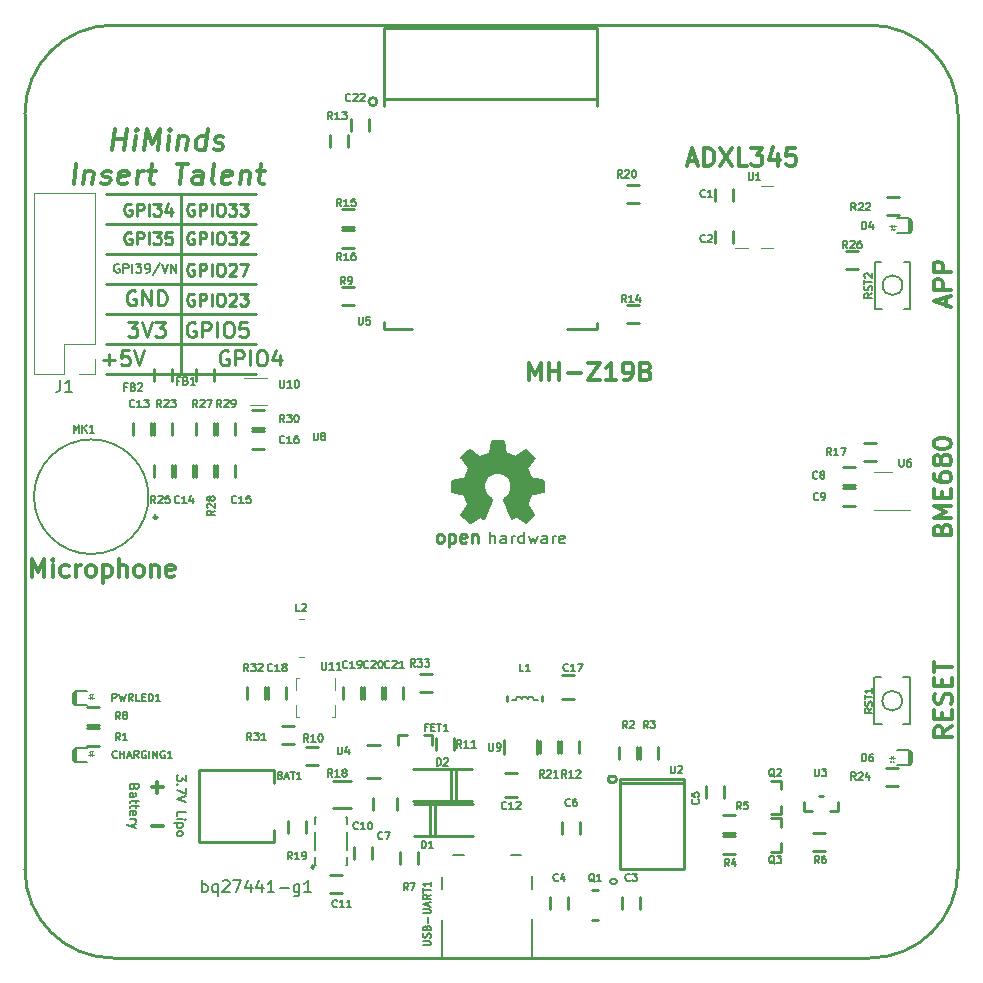
<source format=gbr>
G04 #@! TF.GenerationSoftware,KiCad,Pcbnew,5.1.6-c6e7f7d~87~ubuntu18.04.1*
G04 #@! TF.CreationDate,2020-07-31T19:21:43+02:00*
G04 #@! TF.ProjectId,hm-env-sensor,686d2d65-6e76-42d7-9365-6e736f722e6b,A1*
G04 #@! TF.SameCoordinates,Original*
G04 #@! TF.FileFunction,Legend,Top*
G04 #@! TF.FilePolarity,Positive*
%FSLAX46Y46*%
G04 Gerber Fmt 4.6, Leading zero omitted, Abs format (unit mm)*
G04 Created by KiCad (PCBNEW 5.1.6-c6e7f7d~87~ubuntu18.04.1) date 2020-07-31 19:21:43*
%MOMM*%
%LPD*%
G01*
G04 APERTURE LIST*
%ADD10C,0.300000*%
%ADD11C,0.254000*%
G04 #@! TA.AperFunction,Profile*
%ADD12C,0.254000*%
G04 #@! TD*
%ADD13C,0.190500*%
%ADD14C,0.317500*%
%ADD15C,0.120000*%
%ADD16C,1.000000*%
%ADD17C,0.150000*%
%ADD18C,0.370000*%
%ADD19C,0.380000*%
%ADD20C,0.400000*%
%ADD21C,0.420000*%
%ADD22C,0.127000*%
%ADD23C,0.203200*%
%ADD24C,0.223606*%
%ADD25C,0.050000*%
%ADD26C,0.100000*%
%ADD27C,0.200000*%
%ADD28C,0.158750*%
%ADD29C,0.180000*%
G04 APERTURE END LIST*
D10*
X133068857Y-94277571D02*
X133068857Y-92777571D01*
X133568857Y-93849000D01*
X134068857Y-92777571D01*
X134068857Y-94277571D01*
X134783142Y-94277571D02*
X134783142Y-92777571D01*
X134783142Y-93491857D02*
X135640285Y-93491857D01*
X135640285Y-94277571D02*
X135640285Y-92777571D01*
X136354571Y-93706142D02*
X137497428Y-93706142D01*
X138068857Y-92777571D02*
X139068857Y-92777571D01*
X138068857Y-94277571D01*
X139068857Y-94277571D01*
X140426000Y-94277571D02*
X139568857Y-94277571D01*
X139997428Y-94277571D02*
X139997428Y-92777571D01*
X139854571Y-92991857D01*
X139711714Y-93134714D01*
X139568857Y-93206142D01*
X141140285Y-94277571D02*
X141426000Y-94277571D01*
X141568857Y-94206142D01*
X141640285Y-94134714D01*
X141783142Y-93920428D01*
X141854571Y-93634714D01*
X141854571Y-93063285D01*
X141783142Y-92920428D01*
X141711714Y-92849000D01*
X141568857Y-92777571D01*
X141283142Y-92777571D01*
X141140285Y-92849000D01*
X141068857Y-92920428D01*
X140997428Y-93063285D01*
X140997428Y-93420428D01*
X141068857Y-93563285D01*
X141140285Y-93634714D01*
X141283142Y-93706142D01*
X141568857Y-93706142D01*
X141711714Y-93634714D01*
X141783142Y-93563285D01*
X141854571Y-93420428D01*
X142997428Y-93491857D02*
X143211714Y-93563285D01*
X143283142Y-93634714D01*
X143354571Y-93777571D01*
X143354571Y-93991857D01*
X143283142Y-94134714D01*
X143211714Y-94206142D01*
X143068857Y-94277571D01*
X142497428Y-94277571D01*
X142497428Y-92777571D01*
X142997428Y-92777571D01*
X143140285Y-92849000D01*
X143211714Y-92920428D01*
X143283142Y-93063285D01*
X143283142Y-93206142D01*
X143211714Y-93349000D01*
X143140285Y-93420428D01*
X142997428Y-93491857D01*
X142497428Y-93491857D01*
X91027999Y-110914571D02*
X91027999Y-109414571D01*
X91527999Y-110486000D01*
X92027999Y-109414571D01*
X92027999Y-110914571D01*
X92742285Y-110914571D02*
X92742285Y-109914571D01*
X92742285Y-109414571D02*
X92670857Y-109486000D01*
X92742285Y-109557428D01*
X92813714Y-109486000D01*
X92742285Y-109414571D01*
X92742285Y-109557428D01*
X94099428Y-110843142D02*
X93956571Y-110914571D01*
X93670857Y-110914571D01*
X93527999Y-110843142D01*
X93456571Y-110771714D01*
X93385142Y-110628857D01*
X93385142Y-110200285D01*
X93456571Y-110057428D01*
X93527999Y-109986000D01*
X93670857Y-109914571D01*
X93956571Y-109914571D01*
X94099428Y-109986000D01*
X94742285Y-110914571D02*
X94742285Y-109914571D01*
X94742285Y-110200285D02*
X94813714Y-110057428D01*
X94885142Y-109986000D01*
X95027999Y-109914571D01*
X95170857Y-109914571D01*
X95885142Y-110914571D02*
X95742285Y-110843142D01*
X95670857Y-110771714D01*
X95599428Y-110628857D01*
X95599428Y-110200285D01*
X95670857Y-110057428D01*
X95742285Y-109986000D01*
X95885142Y-109914571D01*
X96099428Y-109914571D01*
X96242285Y-109986000D01*
X96313714Y-110057428D01*
X96385142Y-110200285D01*
X96385142Y-110628857D01*
X96313714Y-110771714D01*
X96242285Y-110843142D01*
X96099428Y-110914571D01*
X95885142Y-110914571D01*
X97027999Y-109914571D02*
X97027999Y-111414571D01*
X97027999Y-109986000D02*
X97170857Y-109914571D01*
X97456571Y-109914571D01*
X97599428Y-109986000D01*
X97670857Y-110057428D01*
X97742285Y-110200285D01*
X97742285Y-110628857D01*
X97670857Y-110771714D01*
X97599428Y-110843142D01*
X97456571Y-110914571D01*
X97170857Y-110914571D01*
X97027999Y-110843142D01*
X98385142Y-110914571D02*
X98385142Y-109414571D01*
X99027999Y-110914571D02*
X99027999Y-110128857D01*
X98956571Y-109986000D01*
X98813714Y-109914571D01*
X98599428Y-109914571D01*
X98456571Y-109986000D01*
X98385142Y-110057428D01*
X99956571Y-110914571D02*
X99813714Y-110843142D01*
X99742285Y-110771714D01*
X99670857Y-110628857D01*
X99670857Y-110200285D01*
X99742285Y-110057428D01*
X99813714Y-109986000D01*
X99956571Y-109914571D01*
X100170857Y-109914571D01*
X100313714Y-109986000D01*
X100385142Y-110057428D01*
X100456571Y-110200285D01*
X100456571Y-110628857D01*
X100385142Y-110771714D01*
X100313714Y-110843142D01*
X100170857Y-110914571D01*
X99956571Y-110914571D01*
X101099428Y-109914571D02*
X101099428Y-110914571D01*
X101099428Y-110057428D02*
X101170857Y-109986000D01*
X101313714Y-109914571D01*
X101527999Y-109914571D01*
X101670857Y-109986000D01*
X101742285Y-110128857D01*
X101742285Y-110914571D01*
X103027999Y-110843142D02*
X102885142Y-110914571D01*
X102599428Y-110914571D01*
X102456571Y-110843142D01*
X102385142Y-110700285D01*
X102385142Y-110128857D01*
X102456571Y-109986000D01*
X102599428Y-109914571D01*
X102885142Y-109914571D01*
X103027999Y-109986000D01*
X103099428Y-110128857D01*
X103099428Y-110271714D01*
X102385142Y-110414571D01*
X146558571Y-75688000D02*
X147272857Y-75688000D01*
X146415714Y-76116571D02*
X146915714Y-74616571D01*
X147415714Y-76116571D01*
X147915714Y-76116571D02*
X147915714Y-74616571D01*
X148272857Y-74616571D01*
X148487142Y-74688000D01*
X148630000Y-74830857D01*
X148701428Y-74973714D01*
X148772857Y-75259428D01*
X148772857Y-75473714D01*
X148701428Y-75759428D01*
X148630000Y-75902285D01*
X148487142Y-76045142D01*
X148272857Y-76116571D01*
X147915714Y-76116571D01*
X149272857Y-74616571D02*
X150272857Y-76116571D01*
X150272857Y-74616571D02*
X149272857Y-76116571D01*
X151558571Y-76116571D02*
X150844285Y-76116571D01*
X150844285Y-74616571D01*
X151915714Y-74616571D02*
X152844285Y-74616571D01*
X152344285Y-75188000D01*
X152558571Y-75188000D01*
X152701428Y-75259428D01*
X152772857Y-75330857D01*
X152844285Y-75473714D01*
X152844285Y-75830857D01*
X152772857Y-75973714D01*
X152701428Y-76045142D01*
X152558571Y-76116571D01*
X152130000Y-76116571D01*
X151987142Y-76045142D01*
X151915714Y-75973714D01*
X154130000Y-75116571D02*
X154130000Y-76116571D01*
X153772857Y-74545142D02*
X153415714Y-75616571D01*
X154344285Y-75616571D01*
X155630000Y-74616571D02*
X154915714Y-74616571D01*
X154844285Y-75330857D01*
X154915714Y-75259428D01*
X155058571Y-75188000D01*
X155415714Y-75188000D01*
X155558571Y-75259428D01*
X155630000Y-75330857D01*
X155701428Y-75473714D01*
X155701428Y-75830857D01*
X155630000Y-75973714D01*
X155558571Y-76045142D01*
X155415714Y-76116571D01*
X155058571Y-76116571D01*
X154915714Y-76045142D01*
X154844285Y-75973714D01*
D11*
X103632000Y-93726000D02*
X109982000Y-93726000D01*
X103632000Y-78486000D02*
X109982000Y-78486000D01*
X103632000Y-81026000D02*
X109982000Y-81026000D01*
X103632000Y-83566000D02*
X109982000Y-83566000D01*
X103632000Y-86106000D02*
X109982000Y-86106000D01*
X104696380Y-86995000D02*
X104599619Y-86946619D01*
X104454476Y-86946619D01*
X104309333Y-86995000D01*
X104212571Y-87091761D01*
X104164190Y-87188523D01*
X104115809Y-87382047D01*
X104115809Y-87527190D01*
X104164190Y-87720714D01*
X104212571Y-87817476D01*
X104309333Y-87914238D01*
X104454476Y-87962619D01*
X104551238Y-87962619D01*
X104696380Y-87914238D01*
X104744761Y-87865857D01*
X104744761Y-87527190D01*
X104551238Y-87527190D01*
X105180190Y-87962619D02*
X105180190Y-86946619D01*
X105567238Y-86946619D01*
X105664000Y-86995000D01*
X105712380Y-87043380D01*
X105760761Y-87140142D01*
X105760761Y-87285285D01*
X105712380Y-87382047D01*
X105664000Y-87430428D01*
X105567238Y-87478809D01*
X105180190Y-87478809D01*
X106196190Y-87962619D02*
X106196190Y-86946619D01*
X106873523Y-86946619D02*
X107067047Y-86946619D01*
X107163809Y-86995000D01*
X107260571Y-87091761D01*
X107308952Y-87285285D01*
X107308952Y-87623952D01*
X107260571Y-87817476D01*
X107163809Y-87914238D01*
X107067047Y-87962619D01*
X106873523Y-87962619D01*
X106776761Y-87914238D01*
X106680000Y-87817476D01*
X106631619Y-87623952D01*
X106631619Y-87285285D01*
X106680000Y-87091761D01*
X106776761Y-86995000D01*
X106873523Y-86946619D01*
X107696000Y-87043380D02*
X107744380Y-86995000D01*
X107841142Y-86946619D01*
X108083047Y-86946619D01*
X108179809Y-86995000D01*
X108228190Y-87043380D01*
X108276571Y-87140142D01*
X108276571Y-87236904D01*
X108228190Y-87382047D01*
X107647619Y-87962619D01*
X108276571Y-87962619D01*
X108615238Y-86946619D02*
X109244190Y-86946619D01*
X108905523Y-87333666D01*
X109050666Y-87333666D01*
X109147428Y-87382047D01*
X109195809Y-87430428D01*
X109244190Y-87527190D01*
X109244190Y-87769095D01*
X109195809Y-87865857D01*
X109147428Y-87914238D01*
X109050666Y-87962619D01*
X108760380Y-87962619D01*
X108663619Y-87914238D01*
X108615238Y-87865857D01*
X103632000Y-88646000D02*
X109982000Y-88646000D01*
X103632000Y-91186000D02*
X109982000Y-91186000D01*
X99743380Y-86741000D02*
X99622428Y-86680523D01*
X99441000Y-86680523D01*
X99259571Y-86741000D01*
X99138619Y-86861952D01*
X99078142Y-86982904D01*
X99017666Y-87224809D01*
X99017666Y-87406238D01*
X99078142Y-87648142D01*
X99138619Y-87769095D01*
X99259571Y-87890047D01*
X99441000Y-87950523D01*
X99561952Y-87950523D01*
X99743380Y-87890047D01*
X99803857Y-87829571D01*
X99803857Y-87406238D01*
X99561952Y-87406238D01*
X100348142Y-87950523D02*
X100348142Y-86680523D01*
X101073857Y-87950523D01*
X101073857Y-86680523D01*
X101678619Y-87950523D02*
X101678619Y-86680523D01*
X101981000Y-86680523D01*
X102162428Y-86741000D01*
X102283380Y-86861952D01*
X102343857Y-86982904D01*
X102404333Y-87224809D01*
X102404333Y-87406238D01*
X102343857Y-87648142D01*
X102283380Y-87769095D01*
X102162428Y-87890047D01*
X101981000Y-87950523D01*
X101678619Y-87950523D01*
D10*
X168851971Y-123590571D02*
X168137685Y-124090571D01*
X168851971Y-124447714D02*
X167351971Y-124447714D01*
X167351971Y-123876285D01*
X167423400Y-123733428D01*
X167494828Y-123662000D01*
X167637685Y-123590571D01*
X167851971Y-123590571D01*
X167994828Y-123662000D01*
X168066257Y-123733428D01*
X168137685Y-123876285D01*
X168137685Y-124447714D01*
X168066257Y-122947714D02*
X168066257Y-122447714D01*
X168851971Y-122233428D02*
X168851971Y-122947714D01*
X167351971Y-122947714D01*
X167351971Y-122233428D01*
X168780542Y-121662000D02*
X168851971Y-121447714D01*
X168851971Y-121090571D01*
X168780542Y-120947714D01*
X168709114Y-120876285D01*
X168566257Y-120804857D01*
X168423400Y-120804857D01*
X168280542Y-120876285D01*
X168209114Y-120947714D01*
X168137685Y-121090571D01*
X168066257Y-121376285D01*
X167994828Y-121519142D01*
X167923400Y-121590571D01*
X167780542Y-121662000D01*
X167637685Y-121662000D01*
X167494828Y-121590571D01*
X167423400Y-121519142D01*
X167351971Y-121376285D01*
X167351971Y-121019142D01*
X167423400Y-120804857D01*
X168066257Y-120162000D02*
X168066257Y-119662000D01*
X168851971Y-119447714D02*
X168851971Y-120162000D01*
X167351971Y-120162000D01*
X167351971Y-119447714D01*
X167351971Y-119019142D02*
X167351971Y-118162000D01*
X168851971Y-118590571D02*
X167351971Y-118590571D01*
X168398000Y-87963142D02*
X168398000Y-87248857D01*
X168826571Y-88106000D02*
X167326571Y-87606000D01*
X168826571Y-87106000D01*
X168826571Y-86606000D02*
X167326571Y-86606000D01*
X167326571Y-86034571D01*
X167398000Y-85891714D01*
X167469428Y-85820285D01*
X167612285Y-85748857D01*
X167826571Y-85748857D01*
X167969428Y-85820285D01*
X168040857Y-85891714D01*
X168112285Y-86034571D01*
X168112285Y-86606000D01*
X168826571Y-85106000D02*
X167326571Y-85106000D01*
X167326571Y-84534571D01*
X167398000Y-84391714D01*
X167469428Y-84320285D01*
X167612285Y-84248857D01*
X167826571Y-84248857D01*
X167969428Y-84320285D01*
X168040857Y-84391714D01*
X168112285Y-84534571D01*
X168112285Y-85106000D01*
X168040857Y-106924028D02*
X168112285Y-106709742D01*
X168183714Y-106638314D01*
X168326571Y-106566885D01*
X168540857Y-106566885D01*
X168683714Y-106638314D01*
X168755142Y-106709742D01*
X168826571Y-106852600D01*
X168826571Y-107424028D01*
X167326571Y-107424028D01*
X167326571Y-106924028D01*
X167398000Y-106781171D01*
X167469428Y-106709742D01*
X167612285Y-106638314D01*
X167755142Y-106638314D01*
X167898000Y-106709742D01*
X167969428Y-106781171D01*
X168040857Y-106924028D01*
X168040857Y-107424028D01*
X168826571Y-105924028D02*
X167326571Y-105924028D01*
X168398000Y-105424028D01*
X167326571Y-104924028D01*
X168826571Y-104924028D01*
X168040857Y-104209742D02*
X168040857Y-103709742D01*
X168826571Y-103495457D02*
X168826571Y-104209742D01*
X167326571Y-104209742D01*
X167326571Y-103495457D01*
X167326571Y-102209742D02*
X167326571Y-102495457D01*
X167398000Y-102638314D01*
X167469428Y-102709742D01*
X167683714Y-102852600D01*
X167969428Y-102924028D01*
X168540857Y-102924028D01*
X168683714Y-102852600D01*
X168755142Y-102781171D01*
X168826571Y-102638314D01*
X168826571Y-102352600D01*
X168755142Y-102209742D01*
X168683714Y-102138314D01*
X168540857Y-102066885D01*
X168183714Y-102066885D01*
X168040857Y-102138314D01*
X167969428Y-102209742D01*
X167898000Y-102352600D01*
X167898000Y-102638314D01*
X167969428Y-102781171D01*
X168040857Y-102852600D01*
X168183714Y-102924028D01*
X167969428Y-101209742D02*
X167898000Y-101352600D01*
X167826571Y-101424028D01*
X167683714Y-101495457D01*
X167612285Y-101495457D01*
X167469428Y-101424028D01*
X167398000Y-101352600D01*
X167326571Y-101209742D01*
X167326571Y-100924028D01*
X167398000Y-100781171D01*
X167469428Y-100709742D01*
X167612285Y-100638314D01*
X167683714Y-100638314D01*
X167826571Y-100709742D01*
X167898000Y-100781171D01*
X167969428Y-100924028D01*
X167969428Y-101209742D01*
X168040857Y-101352600D01*
X168112285Y-101424028D01*
X168255142Y-101495457D01*
X168540857Y-101495457D01*
X168683714Y-101424028D01*
X168755142Y-101352600D01*
X168826571Y-101209742D01*
X168826571Y-100924028D01*
X168755142Y-100781171D01*
X168683714Y-100709742D01*
X168540857Y-100638314D01*
X168255142Y-100638314D01*
X168112285Y-100709742D01*
X168040857Y-100781171D01*
X167969428Y-100924028D01*
X167326571Y-99709742D02*
X167326571Y-99566885D01*
X167398000Y-99424028D01*
X167469428Y-99352600D01*
X167612285Y-99281171D01*
X167898000Y-99209742D01*
X168255142Y-99209742D01*
X168540857Y-99281171D01*
X168683714Y-99352600D01*
X168755142Y-99424028D01*
X168826571Y-99566885D01*
X168826571Y-99709742D01*
X168755142Y-99852600D01*
X168683714Y-99924028D01*
X168540857Y-99995457D01*
X168255142Y-100066885D01*
X167898000Y-100066885D01*
X167612285Y-99995457D01*
X167469428Y-99924028D01*
X167398000Y-99852600D01*
X167326571Y-99709742D01*
X97812979Y-74767166D02*
X98031729Y-73017166D01*
X97927562Y-73850500D02*
X98927562Y-73850500D01*
X98812979Y-74767166D02*
X99031729Y-73017166D01*
X99646312Y-74767166D02*
X99792145Y-73600500D01*
X99865062Y-73017166D02*
X99771312Y-73100500D01*
X99844229Y-73183833D01*
X99937979Y-73100500D01*
X99865062Y-73017166D01*
X99844229Y-73183833D01*
X100479645Y-74767166D02*
X100698395Y-73017166D01*
X101125479Y-74267166D01*
X101865062Y-73017166D01*
X101646312Y-74767166D01*
X102479645Y-74767166D02*
X102625479Y-73600500D01*
X102698395Y-73017166D02*
X102604645Y-73100500D01*
X102677562Y-73183833D01*
X102771312Y-73100500D01*
X102698395Y-73017166D01*
X102677562Y-73183833D01*
X103458812Y-73600500D02*
X103312979Y-74767166D01*
X103437979Y-73767166D02*
X103531729Y-73683833D01*
X103708812Y-73600500D01*
X103958812Y-73600500D01*
X104115062Y-73683833D01*
X104177562Y-73850500D01*
X104062979Y-74767166D01*
X105646312Y-74767166D02*
X105865062Y-73017166D01*
X105656729Y-74683833D02*
X105479645Y-74767166D01*
X105146312Y-74767166D01*
X104990062Y-74683833D01*
X104917145Y-74600500D01*
X104854645Y-74433833D01*
X104917145Y-73933833D01*
X105021312Y-73767166D01*
X105115062Y-73683833D01*
X105292145Y-73600500D01*
X105625479Y-73600500D01*
X105781729Y-73683833D01*
X106406729Y-74683833D02*
X106562979Y-74767166D01*
X106896312Y-74767166D01*
X107073395Y-74683833D01*
X107177562Y-74517166D01*
X107187979Y-74433833D01*
X107125479Y-74267166D01*
X106969229Y-74183833D01*
X106719229Y-74183833D01*
X106562979Y-74100500D01*
X106500479Y-73933833D01*
X106510895Y-73850500D01*
X106615062Y-73683833D01*
X106792145Y-73600500D01*
X107042145Y-73600500D01*
X107198395Y-73683833D01*
X94521312Y-77692166D02*
X94740062Y-75942166D01*
X95500479Y-76525500D02*
X95354645Y-77692166D01*
X95479645Y-76692166D02*
X95573395Y-76608833D01*
X95750479Y-76525500D01*
X96000479Y-76525500D01*
X96156729Y-76608833D01*
X96219229Y-76775500D01*
X96104645Y-77692166D01*
X96865062Y-77608833D02*
X97021312Y-77692166D01*
X97354645Y-77692166D01*
X97531729Y-77608833D01*
X97635895Y-77442166D01*
X97646312Y-77358833D01*
X97583812Y-77192166D01*
X97427562Y-77108833D01*
X97177562Y-77108833D01*
X97021312Y-77025500D01*
X96958812Y-76858833D01*
X96969229Y-76775500D01*
X97073395Y-76608833D01*
X97250479Y-76525500D01*
X97500479Y-76525500D01*
X97656729Y-76608833D01*
X99031729Y-77608833D02*
X98854645Y-77692166D01*
X98521312Y-77692166D01*
X98365062Y-77608833D01*
X98302562Y-77442166D01*
X98385895Y-76775500D01*
X98490062Y-76608833D01*
X98667145Y-76525500D01*
X99000479Y-76525500D01*
X99156729Y-76608833D01*
X99219229Y-76775500D01*
X99198395Y-76942166D01*
X98344229Y-77108833D01*
X99854645Y-77692166D02*
X100000479Y-76525500D01*
X99958812Y-76858833D02*
X100062979Y-76692166D01*
X100156729Y-76608833D01*
X100333812Y-76525500D01*
X100500479Y-76525500D01*
X100833812Y-76525500D02*
X101500479Y-76525500D01*
X101156729Y-75942166D02*
X100969229Y-77442166D01*
X101031729Y-77608833D01*
X101187979Y-77692166D01*
X101354645Y-77692166D01*
X103240062Y-75942166D02*
X104240062Y-75942166D01*
X103521312Y-77692166D02*
X103740062Y-75942166D01*
X105354645Y-77692166D02*
X105469229Y-76775500D01*
X105406729Y-76608833D01*
X105250479Y-76525500D01*
X104917145Y-76525500D01*
X104740062Y-76608833D01*
X105365062Y-77608833D02*
X105187979Y-77692166D01*
X104771312Y-77692166D01*
X104615062Y-77608833D01*
X104552562Y-77442166D01*
X104573395Y-77275500D01*
X104677562Y-77108833D01*
X104854645Y-77025500D01*
X105271312Y-77025500D01*
X105448395Y-76942166D01*
X106437979Y-77692166D02*
X106281729Y-77608833D01*
X106219229Y-77442166D01*
X106406729Y-75942166D01*
X107781729Y-77608833D02*
X107604645Y-77692166D01*
X107271312Y-77692166D01*
X107115062Y-77608833D01*
X107052562Y-77442166D01*
X107135895Y-76775500D01*
X107240062Y-76608833D01*
X107417145Y-76525500D01*
X107750479Y-76525500D01*
X107906729Y-76608833D01*
X107969229Y-76775500D01*
X107948395Y-76942166D01*
X107094229Y-77108833D01*
X108750479Y-76525500D02*
X108604645Y-77692166D01*
X108729645Y-76692166D02*
X108823395Y-76608833D01*
X109000479Y-76525500D01*
X109250479Y-76525500D01*
X109406729Y-76608833D01*
X109469229Y-76775500D01*
X109354645Y-77692166D01*
X110083812Y-76525500D02*
X110750479Y-76525500D01*
X110406729Y-75942166D02*
X110219229Y-77442166D01*
X110281729Y-77608833D01*
X110437979Y-77692166D01*
X110604645Y-77692166D01*
D12*
X169398000Y-135704200D02*
X169398000Y-71704200D01*
X90398000Y-71704200D02*
X90398000Y-135704200D01*
X161898000Y-64204200D02*
X97898000Y-64204200D01*
X161898000Y-64204200D02*
G75*
G02*
X169398000Y-71704200I0J-7500000D01*
G01*
X169398000Y-135704200D02*
G75*
G02*
X161898000Y-143204200I-7500000J0D01*
G01*
X161898000Y-143204200D02*
X97898000Y-143204200D01*
X90398000Y-71704200D02*
G75*
G02*
X97898000Y-64204200I7500000J0D01*
G01*
X97898000Y-143204200D02*
G75*
G02*
X90398000Y-135704200I0J7500000D01*
G01*
D11*
X97282000Y-93726000D02*
X103632000Y-93726000D01*
D13*
X104017535Y-127707571D02*
X104017535Y-128179285D01*
X103727250Y-127925285D01*
X103727250Y-128034142D01*
X103690964Y-128106714D01*
X103654678Y-128143000D01*
X103582107Y-128179285D01*
X103400678Y-128179285D01*
X103328107Y-128143000D01*
X103291821Y-128106714D01*
X103255535Y-128034142D01*
X103255535Y-127816428D01*
X103291821Y-127743857D01*
X103328107Y-127707571D01*
X103328107Y-128505857D02*
X103291821Y-128542142D01*
X103255535Y-128505857D01*
X103291821Y-128469571D01*
X103328107Y-128505857D01*
X103255535Y-128505857D01*
X104017535Y-128796142D02*
X104017535Y-129304142D01*
X103255535Y-128977571D01*
X104017535Y-129485571D02*
X103255535Y-129739571D01*
X104017535Y-129993571D01*
X103255535Y-131191000D02*
X103255535Y-130828142D01*
X104017535Y-130828142D01*
X103255535Y-131445000D02*
X103763535Y-131445000D01*
X104017535Y-131445000D02*
X103981250Y-131408714D01*
X103944964Y-131445000D01*
X103981250Y-131481285D01*
X104017535Y-131445000D01*
X103944964Y-131445000D01*
X103763535Y-131807857D02*
X103001535Y-131807857D01*
X103727250Y-131807857D02*
X103763535Y-131880428D01*
X103763535Y-132025571D01*
X103727250Y-132098142D01*
X103690964Y-132134428D01*
X103618392Y-132170714D01*
X103400678Y-132170714D01*
X103328107Y-132134428D01*
X103291821Y-132098142D01*
X103255535Y-132025571D01*
X103255535Y-131880428D01*
X103291821Y-131807857D01*
X103255535Y-132606142D02*
X103291821Y-132533571D01*
X103328107Y-132497285D01*
X103400678Y-132461000D01*
X103618392Y-132461000D01*
X103690964Y-132497285D01*
X103727250Y-132533571D01*
X103763535Y-132606142D01*
X103763535Y-132715000D01*
X103727250Y-132787571D01*
X103690964Y-132823857D01*
X103618392Y-132860142D01*
X103400678Y-132860142D01*
X103328107Y-132823857D01*
X103291821Y-132787571D01*
X103255535Y-132715000D01*
X103255535Y-132606142D01*
X99654178Y-128723571D02*
X99617892Y-128832428D01*
X99581607Y-128868714D01*
X99509035Y-128905000D01*
X99400178Y-128905000D01*
X99327607Y-128868714D01*
X99291321Y-128832428D01*
X99255035Y-128759857D01*
X99255035Y-128469571D01*
X100017035Y-128469571D01*
X100017035Y-128723571D01*
X99980750Y-128796142D01*
X99944464Y-128832428D01*
X99871892Y-128868714D01*
X99799321Y-128868714D01*
X99726750Y-128832428D01*
X99690464Y-128796142D01*
X99654178Y-128723571D01*
X99654178Y-128469571D01*
X99255035Y-129558142D02*
X99654178Y-129558142D01*
X99726750Y-129521857D01*
X99763035Y-129449285D01*
X99763035Y-129304142D01*
X99726750Y-129231571D01*
X99291321Y-129558142D02*
X99255035Y-129485571D01*
X99255035Y-129304142D01*
X99291321Y-129231571D01*
X99363892Y-129195285D01*
X99436464Y-129195285D01*
X99509035Y-129231571D01*
X99545321Y-129304142D01*
X99545321Y-129485571D01*
X99581607Y-129558142D01*
X99763035Y-129812142D02*
X99763035Y-130102428D01*
X100017035Y-129921000D02*
X99363892Y-129921000D01*
X99291321Y-129957285D01*
X99255035Y-130029857D01*
X99255035Y-130102428D01*
X99763035Y-130247571D02*
X99763035Y-130537857D01*
X100017035Y-130356428D02*
X99363892Y-130356428D01*
X99291321Y-130392714D01*
X99255035Y-130465285D01*
X99255035Y-130537857D01*
X99291321Y-131082142D02*
X99255035Y-131009571D01*
X99255035Y-130864428D01*
X99291321Y-130791857D01*
X99363892Y-130755571D01*
X99654178Y-130755571D01*
X99726750Y-130791857D01*
X99763035Y-130864428D01*
X99763035Y-131009571D01*
X99726750Y-131082142D01*
X99654178Y-131118428D01*
X99581607Y-131118428D01*
X99509035Y-130755571D01*
X99255035Y-131445000D02*
X99763035Y-131445000D01*
X99617892Y-131445000D02*
X99690464Y-131481285D01*
X99726750Y-131517571D01*
X99763035Y-131590142D01*
X99763035Y-131662714D01*
X99763035Y-131844142D02*
X99255035Y-132025571D01*
X99763035Y-132207000D02*
X99255035Y-132025571D01*
X99073607Y-131953000D01*
X99037321Y-131916714D01*
X99001035Y-131844142D01*
D11*
X107599238Y-91821000D02*
X107478285Y-91760523D01*
X107296857Y-91760523D01*
X107115428Y-91821000D01*
X106994476Y-91941952D01*
X106934000Y-92062904D01*
X106873523Y-92304809D01*
X106873523Y-92486238D01*
X106934000Y-92728142D01*
X106994476Y-92849095D01*
X107115428Y-92970047D01*
X107296857Y-93030523D01*
X107417809Y-93030523D01*
X107599238Y-92970047D01*
X107659714Y-92909571D01*
X107659714Y-92486238D01*
X107417809Y-92486238D01*
X108204000Y-93030523D02*
X108204000Y-91760523D01*
X108687809Y-91760523D01*
X108808761Y-91821000D01*
X108869238Y-91881476D01*
X108929714Y-92002428D01*
X108929714Y-92183857D01*
X108869238Y-92304809D01*
X108808761Y-92365285D01*
X108687809Y-92425761D01*
X108204000Y-92425761D01*
X109474000Y-93030523D02*
X109474000Y-91760523D01*
X110320666Y-91760523D02*
X110562571Y-91760523D01*
X110683523Y-91821000D01*
X110804476Y-91941952D01*
X110864952Y-92183857D01*
X110864952Y-92607190D01*
X110804476Y-92849095D01*
X110683523Y-92970047D01*
X110562571Y-93030523D01*
X110320666Y-93030523D01*
X110199714Y-92970047D01*
X110078761Y-92849095D01*
X110018285Y-92607190D01*
X110018285Y-92183857D01*
X110078761Y-91941952D01*
X110199714Y-91821000D01*
X110320666Y-91760523D01*
X111953523Y-92183857D02*
X111953523Y-93030523D01*
X111651142Y-91700047D02*
X111348761Y-92607190D01*
X112134952Y-92607190D01*
X104805238Y-89408000D02*
X104684285Y-89347523D01*
X104502857Y-89347523D01*
X104321428Y-89408000D01*
X104200476Y-89528952D01*
X104140000Y-89649904D01*
X104079523Y-89891809D01*
X104079523Y-90073238D01*
X104140000Y-90315142D01*
X104200476Y-90436095D01*
X104321428Y-90557047D01*
X104502857Y-90617523D01*
X104623809Y-90617523D01*
X104805238Y-90557047D01*
X104865714Y-90496571D01*
X104865714Y-90073238D01*
X104623809Y-90073238D01*
X105410000Y-90617523D02*
X105410000Y-89347523D01*
X105893809Y-89347523D01*
X106014761Y-89408000D01*
X106075238Y-89468476D01*
X106135714Y-89589428D01*
X106135714Y-89770857D01*
X106075238Y-89891809D01*
X106014761Y-89952285D01*
X105893809Y-90012761D01*
X105410000Y-90012761D01*
X106680000Y-90617523D02*
X106680000Y-89347523D01*
X107526666Y-89347523D02*
X107768571Y-89347523D01*
X107889523Y-89408000D01*
X108010476Y-89528952D01*
X108070952Y-89770857D01*
X108070952Y-90194190D01*
X108010476Y-90436095D01*
X107889523Y-90557047D01*
X107768571Y-90617523D01*
X107526666Y-90617523D01*
X107405714Y-90557047D01*
X107284761Y-90436095D01*
X107224285Y-90194190D01*
X107224285Y-89770857D01*
X107284761Y-89528952D01*
X107405714Y-89408000D01*
X107526666Y-89347523D01*
X109220000Y-89347523D02*
X108615238Y-89347523D01*
X108554761Y-89952285D01*
X108615238Y-89891809D01*
X108736190Y-89831333D01*
X109038571Y-89831333D01*
X109159523Y-89891809D01*
X109220000Y-89952285D01*
X109280476Y-90073238D01*
X109280476Y-90375619D01*
X109220000Y-90496571D01*
X109159523Y-90557047D01*
X109038571Y-90617523D01*
X108736190Y-90617523D01*
X108615238Y-90557047D01*
X108554761Y-90496571D01*
X97282000Y-91186000D02*
X103632000Y-91186000D01*
X97282000Y-88646000D02*
X103632000Y-88646000D01*
X97282000Y-86106000D02*
X103632000Y-86106000D01*
X97282000Y-83566000D02*
X103632000Y-83566000D01*
X97282000Y-81026000D02*
X103632000Y-81026000D01*
X97282000Y-78486000D02*
X103632000Y-78486000D01*
X103632000Y-78486000D02*
X103632000Y-93726000D01*
X97046142Y-92546714D02*
X98013761Y-92546714D01*
X97529952Y-93030523D02*
X97529952Y-92062904D01*
X99223285Y-91760523D02*
X98618523Y-91760523D01*
X98558047Y-92365285D01*
X98618523Y-92304809D01*
X98739476Y-92244333D01*
X99041857Y-92244333D01*
X99162809Y-92304809D01*
X99223285Y-92365285D01*
X99283761Y-92486238D01*
X99283761Y-92788619D01*
X99223285Y-92909571D01*
X99162809Y-92970047D01*
X99041857Y-93030523D01*
X98739476Y-93030523D01*
X98618523Y-92970047D01*
X98558047Y-92909571D01*
X99646619Y-91760523D02*
X100069952Y-93030523D01*
X100493285Y-91760523D01*
X104696380Y-84455000D02*
X104599619Y-84406619D01*
X104454476Y-84406619D01*
X104309333Y-84455000D01*
X104212571Y-84551761D01*
X104164190Y-84648523D01*
X104115809Y-84842047D01*
X104115809Y-84987190D01*
X104164190Y-85180714D01*
X104212571Y-85277476D01*
X104309333Y-85374238D01*
X104454476Y-85422619D01*
X104551238Y-85422619D01*
X104696380Y-85374238D01*
X104744761Y-85325857D01*
X104744761Y-84987190D01*
X104551238Y-84987190D01*
X105180190Y-85422619D02*
X105180190Y-84406619D01*
X105567238Y-84406619D01*
X105664000Y-84455000D01*
X105712380Y-84503380D01*
X105760761Y-84600142D01*
X105760761Y-84745285D01*
X105712380Y-84842047D01*
X105664000Y-84890428D01*
X105567238Y-84938809D01*
X105180190Y-84938809D01*
X106196190Y-85422619D02*
X106196190Y-84406619D01*
X106873523Y-84406619D02*
X107067047Y-84406619D01*
X107163809Y-84455000D01*
X107260571Y-84551761D01*
X107308952Y-84745285D01*
X107308952Y-85083952D01*
X107260571Y-85277476D01*
X107163809Y-85374238D01*
X107067047Y-85422619D01*
X106873523Y-85422619D01*
X106776761Y-85374238D01*
X106680000Y-85277476D01*
X106631619Y-85083952D01*
X106631619Y-84745285D01*
X106680000Y-84551761D01*
X106776761Y-84455000D01*
X106873523Y-84406619D01*
X107696000Y-84503380D02*
X107744380Y-84455000D01*
X107841142Y-84406619D01*
X108083047Y-84406619D01*
X108179809Y-84455000D01*
X108228190Y-84503380D01*
X108276571Y-84600142D01*
X108276571Y-84696904D01*
X108228190Y-84842047D01*
X107647619Y-85422619D01*
X108276571Y-85422619D01*
X108615238Y-84406619D02*
X109292571Y-84406619D01*
X108857142Y-85422619D01*
X104696380Y-79375000D02*
X104599619Y-79326619D01*
X104454476Y-79326619D01*
X104309333Y-79375000D01*
X104212571Y-79471761D01*
X104164190Y-79568523D01*
X104115809Y-79762047D01*
X104115809Y-79907190D01*
X104164190Y-80100714D01*
X104212571Y-80197476D01*
X104309333Y-80294238D01*
X104454476Y-80342619D01*
X104551238Y-80342619D01*
X104696380Y-80294238D01*
X104744761Y-80245857D01*
X104744761Y-79907190D01*
X104551238Y-79907190D01*
X105180190Y-80342619D02*
X105180190Y-79326619D01*
X105567238Y-79326619D01*
X105664000Y-79375000D01*
X105712380Y-79423380D01*
X105760761Y-79520142D01*
X105760761Y-79665285D01*
X105712380Y-79762047D01*
X105664000Y-79810428D01*
X105567238Y-79858809D01*
X105180190Y-79858809D01*
X106196190Y-80342619D02*
X106196190Y-79326619D01*
X106873523Y-79326619D02*
X107067047Y-79326619D01*
X107163809Y-79375000D01*
X107260571Y-79471761D01*
X107308952Y-79665285D01*
X107308952Y-80003952D01*
X107260571Y-80197476D01*
X107163809Y-80294238D01*
X107067047Y-80342619D01*
X106873523Y-80342619D01*
X106776761Y-80294238D01*
X106680000Y-80197476D01*
X106631619Y-80003952D01*
X106631619Y-79665285D01*
X106680000Y-79471761D01*
X106776761Y-79375000D01*
X106873523Y-79326619D01*
X107647619Y-79326619D02*
X108276571Y-79326619D01*
X107937904Y-79713666D01*
X108083047Y-79713666D01*
X108179809Y-79762047D01*
X108228190Y-79810428D01*
X108276571Y-79907190D01*
X108276571Y-80149095D01*
X108228190Y-80245857D01*
X108179809Y-80294238D01*
X108083047Y-80342619D01*
X107792761Y-80342619D01*
X107696000Y-80294238D01*
X107647619Y-80245857D01*
X108615238Y-79326619D02*
X109244190Y-79326619D01*
X108905523Y-79713666D01*
X109050666Y-79713666D01*
X109147428Y-79762047D01*
X109195809Y-79810428D01*
X109244190Y-79907190D01*
X109244190Y-80149095D01*
X109195809Y-80245857D01*
X109147428Y-80294238D01*
X109050666Y-80342619D01*
X108760380Y-80342619D01*
X108663619Y-80294238D01*
X108615238Y-80245857D01*
X104696380Y-81788000D02*
X104599619Y-81739619D01*
X104454476Y-81739619D01*
X104309333Y-81788000D01*
X104212571Y-81884761D01*
X104164190Y-81981523D01*
X104115809Y-82175047D01*
X104115809Y-82320190D01*
X104164190Y-82513714D01*
X104212571Y-82610476D01*
X104309333Y-82707238D01*
X104454476Y-82755619D01*
X104551238Y-82755619D01*
X104696380Y-82707238D01*
X104744761Y-82658857D01*
X104744761Y-82320190D01*
X104551238Y-82320190D01*
X105180190Y-82755619D02*
X105180190Y-81739619D01*
X105567238Y-81739619D01*
X105664000Y-81788000D01*
X105712380Y-81836380D01*
X105760761Y-81933142D01*
X105760761Y-82078285D01*
X105712380Y-82175047D01*
X105664000Y-82223428D01*
X105567238Y-82271809D01*
X105180190Y-82271809D01*
X106196190Y-82755619D02*
X106196190Y-81739619D01*
X106873523Y-81739619D02*
X107067047Y-81739619D01*
X107163809Y-81788000D01*
X107260571Y-81884761D01*
X107308952Y-82078285D01*
X107308952Y-82416952D01*
X107260571Y-82610476D01*
X107163809Y-82707238D01*
X107067047Y-82755619D01*
X106873523Y-82755619D01*
X106776761Y-82707238D01*
X106680000Y-82610476D01*
X106631619Y-82416952D01*
X106631619Y-82078285D01*
X106680000Y-81884761D01*
X106776761Y-81788000D01*
X106873523Y-81739619D01*
X107647619Y-81739619D02*
X108276571Y-81739619D01*
X107937904Y-82126666D01*
X108083047Y-82126666D01*
X108179809Y-82175047D01*
X108228190Y-82223428D01*
X108276571Y-82320190D01*
X108276571Y-82562095D01*
X108228190Y-82658857D01*
X108179809Y-82707238D01*
X108083047Y-82755619D01*
X107792761Y-82755619D01*
X107696000Y-82707238D01*
X107647619Y-82658857D01*
X108663619Y-81836380D02*
X108712000Y-81788000D01*
X108808761Y-81739619D01*
X109050666Y-81739619D01*
X109147428Y-81788000D01*
X109195809Y-81836380D01*
X109244190Y-81933142D01*
X109244190Y-82029904D01*
X109195809Y-82175047D01*
X108615238Y-82755619D01*
X109244190Y-82755619D01*
X99386571Y-81788000D02*
X99289809Y-81739619D01*
X99144666Y-81739619D01*
X98999523Y-81788000D01*
X98902761Y-81884761D01*
X98854380Y-81981523D01*
X98806000Y-82175047D01*
X98806000Y-82320190D01*
X98854380Y-82513714D01*
X98902761Y-82610476D01*
X98999523Y-82707238D01*
X99144666Y-82755619D01*
X99241428Y-82755619D01*
X99386571Y-82707238D01*
X99434952Y-82658857D01*
X99434952Y-82320190D01*
X99241428Y-82320190D01*
X99870380Y-82755619D02*
X99870380Y-81739619D01*
X100257428Y-81739619D01*
X100354190Y-81788000D01*
X100402571Y-81836380D01*
X100450952Y-81933142D01*
X100450952Y-82078285D01*
X100402571Y-82175047D01*
X100354190Y-82223428D01*
X100257428Y-82271809D01*
X99870380Y-82271809D01*
X100886380Y-82755619D02*
X100886380Y-81739619D01*
X101273428Y-81739619D02*
X101902380Y-81739619D01*
X101563714Y-82126666D01*
X101708857Y-82126666D01*
X101805619Y-82175047D01*
X101854000Y-82223428D01*
X101902380Y-82320190D01*
X101902380Y-82562095D01*
X101854000Y-82658857D01*
X101805619Y-82707238D01*
X101708857Y-82755619D01*
X101418571Y-82755619D01*
X101321809Y-82707238D01*
X101273428Y-82658857D01*
X102821619Y-81739619D02*
X102337809Y-81739619D01*
X102289428Y-82223428D01*
X102337809Y-82175047D01*
X102434571Y-82126666D01*
X102676476Y-82126666D01*
X102773238Y-82175047D01*
X102821619Y-82223428D01*
X102870000Y-82320190D01*
X102870000Y-82562095D01*
X102821619Y-82658857D01*
X102773238Y-82707238D01*
X102676476Y-82755619D01*
X102434571Y-82755619D01*
X102337809Y-82707238D01*
X102289428Y-82658857D01*
X99386571Y-79375000D02*
X99289809Y-79326619D01*
X99144666Y-79326619D01*
X98999523Y-79375000D01*
X98902761Y-79471761D01*
X98854380Y-79568523D01*
X98806000Y-79762047D01*
X98806000Y-79907190D01*
X98854380Y-80100714D01*
X98902761Y-80197476D01*
X98999523Y-80294238D01*
X99144666Y-80342619D01*
X99241428Y-80342619D01*
X99386571Y-80294238D01*
X99434952Y-80245857D01*
X99434952Y-79907190D01*
X99241428Y-79907190D01*
X99870380Y-80342619D02*
X99870380Y-79326619D01*
X100257428Y-79326619D01*
X100354190Y-79375000D01*
X100402571Y-79423380D01*
X100450952Y-79520142D01*
X100450952Y-79665285D01*
X100402571Y-79762047D01*
X100354190Y-79810428D01*
X100257428Y-79858809D01*
X99870380Y-79858809D01*
X100886380Y-80342619D02*
X100886380Y-79326619D01*
X101273428Y-79326619D02*
X101902380Y-79326619D01*
X101563714Y-79713666D01*
X101708857Y-79713666D01*
X101805619Y-79762047D01*
X101854000Y-79810428D01*
X101902380Y-79907190D01*
X101902380Y-80149095D01*
X101854000Y-80245857D01*
X101805619Y-80294238D01*
X101708857Y-80342619D01*
X101418571Y-80342619D01*
X101321809Y-80294238D01*
X101273428Y-80245857D01*
X102773238Y-79665285D02*
X102773238Y-80342619D01*
X102531333Y-79278238D02*
X102289428Y-80003952D01*
X102918380Y-80003952D01*
D13*
X98370571Y-84455000D02*
X98298000Y-84418714D01*
X98189142Y-84418714D01*
X98080285Y-84455000D01*
X98007714Y-84527571D01*
X97971428Y-84600142D01*
X97935142Y-84745285D01*
X97935142Y-84854142D01*
X97971428Y-84999285D01*
X98007714Y-85071857D01*
X98080285Y-85144428D01*
X98189142Y-85180714D01*
X98261714Y-85180714D01*
X98370571Y-85144428D01*
X98406857Y-85108142D01*
X98406857Y-84854142D01*
X98261714Y-84854142D01*
X98733428Y-85180714D02*
X98733428Y-84418714D01*
X99023714Y-84418714D01*
X99096285Y-84455000D01*
X99132571Y-84491285D01*
X99168857Y-84563857D01*
X99168857Y-84672714D01*
X99132571Y-84745285D01*
X99096285Y-84781571D01*
X99023714Y-84817857D01*
X98733428Y-84817857D01*
X99495428Y-85180714D02*
X99495428Y-84418714D01*
X99785714Y-84418714D02*
X100257428Y-84418714D01*
X100003428Y-84709000D01*
X100112285Y-84709000D01*
X100184857Y-84745285D01*
X100221142Y-84781571D01*
X100257428Y-84854142D01*
X100257428Y-85035571D01*
X100221142Y-85108142D01*
X100184857Y-85144428D01*
X100112285Y-85180714D01*
X99894571Y-85180714D01*
X99822000Y-85144428D01*
X99785714Y-85108142D01*
X100620285Y-85180714D02*
X100765428Y-85180714D01*
X100838000Y-85144428D01*
X100874285Y-85108142D01*
X100946857Y-84999285D01*
X100983142Y-84854142D01*
X100983142Y-84563857D01*
X100946857Y-84491285D01*
X100910571Y-84455000D01*
X100838000Y-84418714D01*
X100692857Y-84418714D01*
X100620285Y-84455000D01*
X100584000Y-84491285D01*
X100547714Y-84563857D01*
X100547714Y-84745285D01*
X100584000Y-84817857D01*
X100620285Y-84854142D01*
X100692857Y-84890428D01*
X100838000Y-84890428D01*
X100910571Y-84854142D01*
X100946857Y-84817857D01*
X100983142Y-84745285D01*
X101854000Y-84382428D02*
X101200857Y-85362142D01*
X101999142Y-84418714D02*
X102253142Y-85180714D01*
X102507142Y-84418714D01*
X102761142Y-85180714D02*
X102761142Y-84418714D01*
X103196571Y-85180714D01*
X103196571Y-84418714D01*
D11*
X99138619Y-89347523D02*
X99924809Y-89347523D01*
X99501476Y-89831333D01*
X99682904Y-89831333D01*
X99803857Y-89891809D01*
X99864333Y-89952285D01*
X99924809Y-90073238D01*
X99924809Y-90375619D01*
X99864333Y-90496571D01*
X99803857Y-90557047D01*
X99682904Y-90617523D01*
X99320047Y-90617523D01*
X99199095Y-90557047D01*
X99138619Y-90496571D01*
X100287666Y-89347523D02*
X100711000Y-90617523D01*
X101134333Y-89347523D01*
X101436714Y-89347523D02*
X102222904Y-89347523D01*
X101799571Y-89831333D01*
X101981000Y-89831333D01*
X102101952Y-89891809D01*
X102162428Y-89952285D01*
X102222904Y-90073238D01*
X102222904Y-90375619D01*
X102162428Y-90496571D01*
X102101952Y-90557047D01*
X101981000Y-90617523D01*
X101618142Y-90617523D01*
X101497190Y-90557047D01*
X101436714Y-90496571D01*
D14*
X101116190Y-128741714D02*
X102083809Y-128741714D01*
X101600000Y-129225523D02*
X101600000Y-128257904D01*
X101116190Y-132043714D02*
X102083809Y-132043714D01*
D11*
X119507000Y-73152000D02*
X119507000Y-72136000D01*
X117983000Y-73152000D02*
X117983000Y-72136000D01*
D15*
X96326000Y-93786000D02*
X94996000Y-93786000D01*
X96326000Y-92456000D02*
X96326000Y-93786000D01*
X93726000Y-93786000D02*
X91126000Y-93786000D01*
X93726000Y-91186000D02*
X93726000Y-93786000D01*
X96326000Y-91186000D02*
X93726000Y-91186000D01*
X91126000Y-93786000D02*
X91126000Y-78426000D01*
X96326000Y-91186000D02*
X96326000Y-78426000D01*
X96326000Y-78426000D02*
X91126000Y-78426000D01*
D16*
X131592320Y-104444800D02*
X131925060Y-105176320D01*
X131592320Y-104536240D02*
X132773420Y-105549700D01*
X131706620Y-104399080D02*
X132323840Y-104726740D01*
X132026660Y-103979980D02*
X132636260Y-104086660D01*
X132862320Y-102821740D02*
X132140960Y-102969060D01*
X132621020Y-102128320D02*
X131965700Y-102494080D01*
X131752340Y-101259640D02*
X131333240Y-101846380D01*
X131165600Y-101008180D02*
X130944620Y-101693980D01*
X129900680Y-100992940D02*
X130068320Y-101602540D01*
X129466340Y-101252020D02*
X129641600Y-101610160D01*
X128468120Y-102029260D02*
X128925320Y-102318820D01*
X128292860Y-102509320D02*
X128734820Y-102669340D01*
X127967740Y-103753920D02*
X128673860Y-103626920D01*
X128216660Y-104399080D02*
X128780540Y-103919020D01*
X128882140Y-105298240D02*
X129247900Y-104536240D01*
X133672580Y-103245920D02*
X132204460Y-103332280D01*
X132681980Y-101061520D02*
X131569460Y-102128320D01*
X130416300Y-100004880D02*
X130421380Y-101518720D01*
X128155700Y-100980240D02*
X129217420Y-102087680D01*
X127170180Y-103266240D02*
X128587500Y-103205280D01*
X128206500Y-105470960D02*
X129059940Y-104449880D01*
D17*
X129222500Y-104040940D02*
X129529840Y-104307640D01*
X128892300Y-101127560D02*
X129875280Y-100634800D01*
X131071620Y-104632760D02*
X130949700Y-104348280D01*
X131208780Y-104178100D02*
X130954780Y-104343200D01*
X129707640Y-104175560D02*
X129933700Y-104350820D01*
X129339340Y-104061260D02*
X129598420Y-104399080D01*
X129115820Y-103840280D02*
X129209800Y-104010460D01*
X129115820Y-103840280D02*
X129209800Y-104010460D01*
X128978660Y-102986840D02*
X129110740Y-103809800D01*
X129402840Y-102250240D02*
X128983740Y-102981760D01*
X130274060Y-101820980D02*
X129402840Y-102250240D01*
X131089400Y-101988620D02*
X130274060Y-101828600D01*
X131599940Y-102417880D02*
X131089400Y-101988620D01*
X131833620Y-103090980D02*
X131599940Y-102417880D01*
X131828540Y-103596440D02*
X131828540Y-103078280D01*
X131452620Y-104307640D02*
X131828540Y-103596440D01*
X131274820Y-104429560D02*
X131452620Y-104307640D01*
X128003300Y-100408740D02*
X128887220Y-101130100D01*
X128247140Y-101762560D02*
X127645160Y-100853240D01*
X128242060Y-101757480D02*
X127855980Y-102755700D01*
X126712980Y-103024940D02*
X127828040Y-102778560D01*
X126855220Y-102969060D02*
X126855220Y-103619300D01*
X131231640Y-104371140D02*
X131759960Y-105752900D01*
X131622800Y-106050080D02*
X131236720Y-105069640D01*
X132151120Y-105722420D02*
X131622800Y-106050080D01*
X132834380Y-106055160D02*
X132013960Y-105526840D01*
X131970780Y-105750360D02*
X132847080Y-106370120D01*
X132857240Y-106365040D02*
X133540500Y-105674160D01*
X133253480Y-105590340D02*
X132768340Y-106121200D01*
X133286500Y-103954580D02*
X132905500Y-104935020D01*
X133182360Y-103987600D02*
X134305040Y-103776780D01*
X134320280Y-102798880D02*
X134317740Y-103756460D01*
X134236460Y-103540560D02*
X133129020Y-103764080D01*
X132933440Y-101770180D02*
X133299200Y-102638860D01*
X133548120Y-100888800D02*
X132844540Y-101879400D01*
X132849620Y-100190300D02*
X133543040Y-100881180D01*
X131833620Y-100865940D02*
X132844540Y-100192840D01*
X131147820Y-100479860D02*
X131953000Y-100817680D01*
X130931920Y-99390200D02*
X131157980Y-100561140D01*
X129966720Y-99390200D02*
X130931920Y-99390200D01*
X129956560Y-99397820D02*
X129755900Y-100423980D01*
X128968500Y-100792280D02*
X129872740Y-100413820D01*
X128033780Y-100144580D02*
X129004060Y-100860860D01*
X127347980Y-100860860D02*
X128021080Y-100147120D01*
X127368300Y-100896420D02*
X127962660Y-101749860D01*
X127629920Y-102580440D02*
X127965200Y-101747320D01*
X126560580Y-102778560D02*
X127731520Y-102575360D01*
X126563120Y-102781100D02*
X126563120Y-103766620D01*
X126563120Y-103774240D02*
X127635000Y-103969820D01*
X127325120Y-105681780D02*
X127922020Y-104818180D01*
X128054100Y-106377740D02*
X127332740Y-105684320D01*
X128887220Y-105806240D02*
X128061720Y-106370120D01*
X128899920Y-105816400D02*
X129245360Y-106037380D01*
X129283460Y-106019600D02*
X129933700Y-104350820D01*
D18*
X132849620Y-106210100D02*
X133403340Y-105664000D01*
X132783580Y-104769920D02*
X133403340Y-105656380D01*
X131660900Y-105836720D02*
X131086860Y-104396540D01*
X131998720Y-105651300D02*
X131660900Y-105836720D01*
X132834380Y-106217720D02*
X131998720Y-105651300D01*
X133189980Y-103858060D02*
X132783580Y-104769920D01*
X134203440Y-103687880D02*
X133189980Y-103858060D01*
X134203440Y-102852220D02*
X134203440Y-103687880D01*
X133121400Y-102623620D02*
X134203440Y-102852220D01*
X132781040Y-101686360D02*
X133121400Y-102623620D01*
X133398260Y-100896420D02*
X132781040Y-101686360D01*
X132844540Y-100347780D02*
X133398260Y-100893880D01*
X131940300Y-100980240D02*
X132844540Y-100345800D01*
X131025900Y-100535740D02*
X131927600Y-100985320D01*
X130812540Y-99517200D02*
X131025900Y-100535740D01*
X130045460Y-99496880D02*
X130830320Y-99496880D01*
X130053080Y-99509580D02*
X129847340Y-100523040D01*
X128948180Y-100949760D02*
X129794000Y-100543360D01*
X128059180Y-100307140D02*
X128887220Y-100959920D01*
D19*
X127510540Y-100865940D02*
X128010920Y-100332540D01*
D18*
X127520700Y-100888800D02*
X128076960Y-101739700D01*
X127749300Y-102656640D02*
X128097280Y-101790500D01*
X126700280Y-102872540D02*
X127718820Y-102692200D01*
D19*
X126712980Y-102885240D02*
X126707900Y-103672640D01*
D18*
X126702820Y-103662480D02*
X127652780Y-103880920D01*
X127680720Y-103903780D02*
X128038860Y-104787700D01*
X127505460Y-105664000D02*
X128038860Y-104830880D01*
D19*
X127490220Y-105664000D02*
X128054100Y-106202480D01*
D20*
X128066800Y-106202480D02*
X128846580Y-105671620D01*
D18*
X128856740Y-105653840D02*
X129174240Y-105859580D01*
D21*
X129202180Y-105839260D02*
X129753360Y-104416860D01*
D18*
X131097020Y-104394000D02*
G75*
G03*
X131467860Y-102529640I-746760J1117600D01*
G01*
X131478020Y-102544880D02*
G75*
G03*
X129552700Y-102346760I-1061720J-863600D01*
G01*
X129527300Y-102372160D02*
G75*
G03*
X129603500Y-104226360I965200J-889000D01*
G01*
D22*
X114982000Y-135286500D02*
X115082000Y-135286500D01*
X117682000Y-131286500D02*
X117582000Y-131286500D01*
D23*
X117682000Y-135286500D02*
X117582000Y-135286500D01*
X114982000Y-131286500D02*
X115082000Y-131286500D01*
X114982000Y-135286500D02*
X114982000Y-134686500D01*
D24*
X114893803Y-135486500D02*
G75*
G03*
X114893803Y-135486500I-111803J0D01*
G01*
D23*
X117682000Y-134086500D02*
X117682000Y-132486500D01*
X114982000Y-132486500D02*
X114982000Y-134086500D01*
X117682000Y-131286500D02*
X117682000Y-131886500D01*
X117682000Y-135286500D02*
X117682000Y-134686500D01*
X114982000Y-131286500D02*
X114982000Y-131886500D01*
D17*
X125715000Y-143106000D02*
X125715000Y-139956000D01*
X125715000Y-137356000D02*
X125715000Y-136331000D01*
X126665000Y-134481000D02*
X127540000Y-134481000D01*
X131540000Y-134456000D02*
X132415000Y-134456000D01*
X133365000Y-136281000D02*
X133365000Y-137331000D01*
X133365000Y-139856000D02*
X133365000Y-143056000D01*
D15*
X113365500Y-121793500D02*
X113365500Y-122768500D01*
X116615500Y-119518500D02*
X116615500Y-120493500D01*
X116615500Y-121793500D02*
X116615500Y-122768500D01*
X113365500Y-119518500D02*
X113365500Y-120493500D01*
X116390500Y-122768500D02*
X116615500Y-122768500D01*
X113590500Y-122768500D02*
X113365500Y-122768500D01*
X113365500Y-119518500D02*
X113590500Y-119518500D01*
X110870000Y-94090000D02*
X108970000Y-94090000D01*
X109470000Y-96410000D02*
X110870000Y-96410000D01*
D11*
X133743700Y-125907800D02*
X133743700Y-124777500D01*
X130937000Y-125907800D02*
X130937000Y-124777500D01*
D15*
X163830000Y-102022000D02*
X162330000Y-102022000D01*
X165330000Y-105242000D02*
X162330000Y-105242000D01*
D11*
X120476800Y-125148300D02*
X119346500Y-125148300D01*
X120476800Y-127955000D02*
X119346500Y-127955000D01*
X159222400Y-130005000D02*
X159222400Y-130792400D01*
X159222400Y-130792400D02*
X158562000Y-130792400D01*
X157038000Y-130792400D02*
X156377600Y-130792400D01*
X156377600Y-130792400D02*
X156377600Y-130005000D01*
X158003200Y-129471600D02*
X157596800Y-129471600D01*
X140779500Y-128016000D02*
X146240500Y-128016000D01*
X146240500Y-135636000D02*
X140779500Y-135636000D01*
X140779500Y-128016000D02*
X140779500Y-135636000D01*
X146240500Y-135636000D02*
X146240500Y-128016000D01*
X146240500Y-128397000D02*
X140779500Y-128397000D01*
D15*
X152722000Y-77876000D02*
X153772000Y-77876000D01*
X151602000Y-83096000D02*
X150552000Y-83096000D01*
X152722000Y-83096000D02*
X153772000Y-83096000D01*
D11*
X123825000Y-120650000D02*
X124841000Y-120650000D01*
X123825000Y-119126000D02*
X124841000Y-119126000D01*
X110744000Y-121285000D02*
X110744000Y-120269000D01*
X109220000Y-121285000D02*
X109220000Y-120269000D01*
X113157000Y-123571000D02*
X112141000Y-123571000D01*
X113157000Y-125095000D02*
X112141000Y-125095000D01*
X109601000Y-98298000D02*
X110617000Y-98298000D01*
X109601000Y-96774000D02*
X110617000Y-96774000D01*
X106680000Y-97917000D02*
X106680000Y-98933000D01*
X108204000Y-97917000D02*
X108204000Y-98933000D01*
X106426000Y-102489000D02*
X106426000Y-101473000D01*
X104902000Y-102489000D02*
X104902000Y-101473000D01*
X106426000Y-98933000D02*
X106426000Y-97917000D01*
X104902000Y-98933000D02*
X104902000Y-97917000D01*
X102870000Y-102489000D02*
X102870000Y-101473000D01*
X101346000Y-102489000D02*
X101346000Y-101473000D01*
X102870000Y-98933000D02*
X102870000Y-97917000D01*
X101346000Y-98933000D02*
X101346000Y-97917000D01*
X135509000Y-125857000D02*
X135509000Y-124841000D01*
X133985000Y-125857000D02*
X133985000Y-124841000D01*
X141351000Y-79248000D02*
X142367000Y-79248000D01*
X141351000Y-77724000D02*
X142367000Y-77724000D01*
X114173000Y-132651500D02*
X114173000Y-131635500D01*
X112649000Y-132651500D02*
X112649000Y-131635500D01*
X116459000Y-128206500D02*
X117983000Y-128206500D01*
X116459000Y-130492500D02*
X117983000Y-130492500D01*
X162433000Y-99568000D02*
X161417000Y-99568000D01*
X162433000Y-101092000D02*
X161417000Y-101092000D01*
X118237000Y-81534000D02*
X117221000Y-81534000D01*
X118237000Y-83058000D02*
X117221000Y-83058000D01*
X118237000Y-79756000D02*
X117221000Y-79756000D01*
X118237000Y-81280000D02*
X117221000Y-81280000D01*
X137287000Y-125857000D02*
X137287000Y-124841000D01*
X135763000Y-125857000D02*
X135763000Y-124841000D01*
X125222000Y-124587000D02*
X125222000Y-125603000D01*
X126746000Y-124587000D02*
X126746000Y-125603000D01*
X115189000Y-125349000D02*
X114173000Y-125349000D01*
X115189000Y-126873000D02*
X114173000Y-126873000D01*
X117221000Y-87884000D02*
X118237000Y-87884000D01*
X117221000Y-86360000D02*
X118237000Y-86360000D01*
X96647000Y-121920000D02*
X95631000Y-121920000D01*
X96647000Y-123444000D02*
X95631000Y-123444000D01*
X122174000Y-134239000D02*
X122174000Y-135255000D01*
X123698000Y-134239000D02*
X123698000Y-135255000D01*
X157099000Y-134112000D02*
X158115000Y-134112000D01*
X157099000Y-132588000D02*
X158115000Y-132588000D01*
X149479000Y-132588000D02*
X150495000Y-132588000D01*
X149479000Y-131064000D02*
X150495000Y-131064000D01*
X149479000Y-134366000D02*
X150495000Y-134366000D01*
X149479000Y-132842000D02*
X150495000Y-132842000D01*
X144018000Y-126365000D02*
X144018000Y-125349000D01*
X142494000Y-126365000D02*
X142494000Y-125349000D01*
X142240000Y-126365000D02*
X142240000Y-125349000D01*
X140716000Y-126365000D02*
X140716000Y-125349000D01*
X96647000Y-123698000D02*
X95631000Y-123698000D01*
X96647000Y-125222000D02*
X95631000Y-125222000D01*
X154396440Y-132064760D02*
X154396440Y-131353560D01*
X153558240Y-131353560D02*
X154396440Y-131353560D01*
X153558240Y-134198360D02*
X154396440Y-134198360D01*
X154396440Y-134198360D02*
X154396440Y-133487160D01*
X154396440Y-128892300D02*
X154396440Y-128181100D01*
X153558240Y-128181100D02*
X154396440Y-128181100D01*
X153558240Y-131025900D02*
X154396440Y-131025900D01*
X154396440Y-131025900D02*
X154396440Y-130314700D01*
X138430000Y-137414000D02*
X138938000Y-137414000D01*
X138430000Y-139954000D02*
X138938000Y-139954000D01*
X94615000Y-120675400D02*
X94615000Y-121716800D01*
X94449900Y-121602500D02*
X94449900Y-120777000D01*
X94602300Y-120637300D02*
X94462600Y-120764300D01*
X94602300Y-121729500D02*
X94449900Y-121602500D01*
D25*
X96041200Y-120933400D02*
X96171200Y-120823400D01*
X96181200Y-120803400D02*
X96101200Y-120813400D01*
X96181200Y-120803400D02*
X96181200Y-120883400D01*
X95965800Y-120803400D02*
X95965800Y-120883400D01*
X95965800Y-120803400D02*
X95885800Y-120813400D01*
X95834200Y-120912400D02*
X95964200Y-120802400D01*
D26*
X95912000Y-121268000D02*
X95912000Y-121048000D01*
X96102000Y-121048000D02*
X96002000Y-121148000D01*
X96102000Y-121268000D02*
X95992000Y-121168000D01*
X96102000Y-121268000D02*
X96102000Y-121048000D01*
X96272000Y-121158000D02*
X95752000Y-121158000D01*
D22*
X95631000Y-121793000D02*
X94615000Y-121793000D01*
X94615000Y-120573800D02*
X95631000Y-120573800D01*
X100862000Y-104140000D02*
G75*
G03*
X100862000Y-104140000I-4850000J0D01*
G01*
D10*
X101555000Y-105881000D02*
G75*
G03*
X101555000Y-105881000I-100000J0D01*
G01*
D15*
X113992000Y-117678000D02*
X113592000Y-117678000D01*
X113992000Y-114478000D02*
X113592000Y-114478000D01*
D27*
X133465000Y-121365000D02*
X133815000Y-121365000D01*
X131965000Y-121365000D02*
X131615000Y-121365000D01*
D11*
X131215000Y-121415000D02*
X131215000Y-121015000D01*
X134215000Y-121415000D02*
X134215000Y-121015000D01*
D27*
X132465000Y-121315000D02*
G75*
G02*
X132965000Y-121315000I250000J0D01*
G01*
X131965000Y-121315000D02*
G75*
G02*
X132465000Y-121315000I250000J0D01*
G01*
X132965000Y-121315000D02*
G75*
G02*
X133465000Y-121315000I250000J0D01*
G01*
D11*
X122732800Y-124333000D02*
X122021600Y-124333000D01*
X122021600Y-125171200D02*
X122021600Y-124333000D01*
X124866400Y-125171200D02*
X124866400Y-124333000D01*
X124866400Y-124333000D02*
X124155200Y-124333000D01*
X102870000Y-94361000D02*
X102870000Y-93345000D01*
X101346000Y-94361000D02*
X101346000Y-93345000D01*
X106426000Y-94361000D02*
X106426000Y-93345000D01*
X104902000Y-94361000D02*
X104902000Y-93345000D01*
X128270000Y-127174000D02*
X123270000Y-127174000D01*
X126900000Y-129874000D02*
X126900000Y-127174000D01*
X123270000Y-129874000D02*
X128270000Y-129874000D01*
X126460000Y-129874000D02*
X126460000Y-127174000D01*
X123317000Y-132858500D02*
X128317000Y-132858500D01*
X124687000Y-130158500D02*
X124687000Y-132858500D01*
X128317000Y-130158500D02*
X123317000Y-130158500D01*
X125127000Y-130158500D02*
X125127000Y-132858500D01*
X94615000Y-125501400D02*
X94615000Y-126542800D01*
X94449900Y-126428500D02*
X94449900Y-125603000D01*
X94602300Y-125463300D02*
X94462600Y-125590300D01*
X94602300Y-126555500D02*
X94449900Y-126428500D01*
D25*
X96041200Y-125759400D02*
X96171200Y-125649400D01*
X96181200Y-125629400D02*
X96101200Y-125639400D01*
X96181200Y-125629400D02*
X96181200Y-125709400D01*
X95965800Y-125629400D02*
X95965800Y-125709400D01*
X95965800Y-125629400D02*
X95885800Y-125639400D01*
X95834200Y-125738400D02*
X95964200Y-125628400D01*
D26*
X95912000Y-126094000D02*
X95912000Y-125874000D01*
X96102000Y-125874000D02*
X96002000Y-125974000D01*
X96102000Y-126094000D02*
X95992000Y-125994000D01*
X96102000Y-126094000D02*
X96102000Y-125874000D01*
X96272000Y-125984000D02*
X95752000Y-125984000D01*
D22*
X95631000Y-126619000D02*
X94615000Y-126619000D01*
X94615000Y-125399800D02*
X95631000Y-125399800D01*
D11*
X120904000Y-120269000D02*
X120904000Y-121285000D01*
X122428000Y-120269000D02*
X122428000Y-121285000D01*
X119126000Y-120269000D02*
X119126000Y-121285000D01*
X120650000Y-120269000D02*
X120650000Y-121285000D01*
X117348000Y-120269000D02*
X117348000Y-121285000D01*
X118872000Y-120269000D02*
X118872000Y-121285000D01*
X110998000Y-120269000D02*
X110998000Y-121285000D01*
X112522000Y-120269000D02*
X112522000Y-121285000D01*
X135890000Y-121285000D02*
X136906000Y-121285000D01*
X135890000Y-119253000D02*
X136906000Y-119253000D01*
X110617000Y-98552000D02*
X109601000Y-98552000D01*
X110617000Y-100076000D02*
X109601000Y-100076000D01*
X106680000Y-101473000D02*
X106680000Y-102489000D01*
X108204000Y-101473000D02*
X108204000Y-102489000D01*
X103124000Y-101473000D02*
X103124000Y-102489000D01*
X104648000Y-101473000D02*
X104648000Y-102489000D01*
X101092000Y-98933000D02*
X101092000Y-97917000D01*
X99568000Y-98933000D02*
X99568000Y-97917000D01*
X131064000Y-129540000D02*
X132080000Y-129540000D01*
X131064000Y-127508000D02*
X132080000Y-127508000D01*
X117221000Y-136207500D02*
X116205000Y-136207500D01*
X117221000Y-137731500D02*
X116205000Y-137731500D01*
X119761000Y-134810500D02*
X119761000Y-133794500D01*
X118237000Y-134810500D02*
X118237000Y-133794500D01*
X160655000Y-103378000D02*
X159639000Y-103378000D01*
X160655000Y-104902000D02*
X159639000Y-104902000D01*
X160655000Y-101600000D02*
X159639000Y-101600000D01*
X160655000Y-103124000D02*
X159639000Y-103124000D01*
X119888000Y-129667000D02*
X119888000Y-130683000D01*
X121920000Y-129667000D02*
X121920000Y-130683000D01*
X135890000Y-131699000D02*
X135890000Y-132715000D01*
X137414000Y-131699000D02*
X137414000Y-132715000D01*
X149606000Y-129667000D02*
X149606000Y-128651000D01*
X148082000Y-129667000D02*
X148082000Y-128651000D01*
X136398000Y-139065000D02*
X136398000Y-138049000D01*
X134874000Y-139065000D02*
X134874000Y-138049000D01*
X140970000Y-138049000D02*
X140970000Y-139065000D01*
X142494000Y-138049000D02*
X142494000Y-139065000D01*
X150368000Y-82677000D02*
X150368000Y-81661000D01*
X148844000Y-82677000D02*
X148844000Y-81661000D01*
X148844000Y-78105000D02*
X148844000Y-79121000D01*
X150368000Y-78105000D02*
X150368000Y-79121000D01*
X105133140Y-133393180D02*
X111450122Y-133393180D01*
X105133140Y-127312420D02*
X105133140Y-133393180D01*
X111442500Y-127312420D02*
X105133140Y-127312420D01*
X111450120Y-127317500D02*
X111450120Y-128371600D01*
X111450120Y-132384800D02*
X111450120Y-133388100D01*
D22*
X162330000Y-123412000D02*
X162330000Y-119412000D01*
X165330000Y-123412000D02*
X165330000Y-119412000D01*
X162333000Y-119412000D02*
X162891800Y-119412000D01*
X164769000Y-119412000D02*
X165327800Y-119412000D01*
X162332200Y-123412000D02*
X162941800Y-123412000D01*
X164769000Y-123412000D02*
X165327800Y-123412000D01*
X164669738Y-121412000D02*
G75*
G03*
X164669738Y-121412000I-839738J0D01*
G01*
X162358000Y-88233000D02*
X162358000Y-84233000D01*
X165358000Y-88233000D02*
X165358000Y-84233000D01*
X162361000Y-84233000D02*
X162919800Y-84233000D01*
X164797000Y-84233000D02*
X165355800Y-84233000D01*
X162360200Y-88233000D02*
X162969800Y-88233000D01*
X164797000Y-88233000D02*
X165355800Y-88233000D01*
X164697738Y-86233000D02*
G75*
G03*
X164697738Y-86233000I-839738J0D01*
G01*
D11*
X117729000Y-73533000D02*
X117729000Y-74549000D01*
X116205000Y-73533000D02*
X116205000Y-74549000D01*
X141351000Y-87884000D02*
X142367000Y-87884000D01*
X141351000Y-89408000D02*
X142367000Y-89408000D01*
X120794000Y-64466000D02*
X138794000Y-64466000D01*
X120794000Y-70466000D02*
X138794000Y-70466000D01*
X120203411Y-70686000D02*
G75*
G03*
X120203411Y-70686000I-339411J0D01*
G01*
X138794000Y-64466000D02*
X138794000Y-71086000D01*
X120794000Y-89966000D02*
X120794000Y-89376000D01*
X120794000Y-89966000D02*
X123164000Y-89966000D01*
X138794000Y-89966000D02*
X136304000Y-89966000D01*
X138794000Y-89966000D02*
X138794000Y-89426000D01*
X120794000Y-64466000D02*
X120794000Y-71086000D01*
X165255000Y-81686800D02*
X165255000Y-80645400D01*
X165420100Y-80759700D02*
X165420100Y-81585200D01*
X165267700Y-81724900D02*
X165407400Y-81597900D01*
X165267700Y-80632700D02*
X165420100Y-80759700D01*
D25*
X163828800Y-81428800D02*
X163698800Y-81538800D01*
X163688800Y-81558800D02*
X163768800Y-81548800D01*
X163688800Y-81558800D02*
X163688800Y-81478800D01*
X163904200Y-81558800D02*
X163904200Y-81478800D01*
X163904200Y-81558800D02*
X163984200Y-81548800D01*
X164035800Y-81449800D02*
X163905800Y-81559800D01*
D26*
X163958000Y-81094200D02*
X163958000Y-81314200D01*
X163768000Y-81314200D02*
X163868000Y-81214200D01*
X163768000Y-81094200D02*
X163878000Y-81194200D01*
X163768000Y-81094200D02*
X163768000Y-81314200D01*
X163598000Y-81204200D02*
X164118000Y-81204200D01*
D22*
X164239000Y-80569200D02*
X165255000Y-80569200D01*
X165255000Y-81788400D02*
X164239000Y-81788400D01*
D11*
X165227000Y-126720600D02*
X165227000Y-125679200D01*
X165392100Y-125793500D02*
X165392100Y-126619000D01*
X165239700Y-126758700D02*
X165379400Y-126631700D01*
X165239700Y-125666500D02*
X165392100Y-125793500D01*
D25*
X163800800Y-126462600D02*
X163670800Y-126572600D01*
X163660800Y-126592600D02*
X163740800Y-126582600D01*
X163660800Y-126592600D02*
X163660800Y-126512600D01*
X163876200Y-126592600D02*
X163876200Y-126512600D01*
X163876200Y-126592600D02*
X163956200Y-126582600D01*
X164007800Y-126483600D02*
X163877800Y-126593600D01*
D26*
X163930000Y-126128000D02*
X163930000Y-126348000D01*
X163740000Y-126348000D02*
X163840000Y-126248000D01*
X163740000Y-126128000D02*
X163850000Y-126228000D01*
X163740000Y-126128000D02*
X163740000Y-126348000D01*
X163570000Y-126238000D02*
X164090000Y-126238000D01*
D22*
X164211000Y-125603000D02*
X165227000Y-125603000D01*
X165227000Y-126822200D02*
X164211000Y-126822200D01*
D11*
X163385500Y-78803500D02*
X164401500Y-78803500D01*
X163385500Y-80327500D02*
X164401500Y-80327500D01*
X163322000Y-128600200D02*
X164338000Y-128600200D01*
X163322000Y-127076200D02*
X164338000Y-127076200D01*
X159893000Y-83312000D02*
X160909000Y-83312000D01*
X159893000Y-84836000D02*
X160909000Y-84836000D01*
D28*
X117955785Y-70584785D02*
X117925547Y-70615023D01*
X117834833Y-70645261D01*
X117774357Y-70645261D01*
X117683642Y-70615023D01*
X117623166Y-70554547D01*
X117592928Y-70494071D01*
X117562690Y-70373119D01*
X117562690Y-70282404D01*
X117592928Y-70161452D01*
X117623166Y-70100976D01*
X117683642Y-70040500D01*
X117774357Y-70010261D01*
X117834833Y-70010261D01*
X117925547Y-70040500D01*
X117955785Y-70070738D01*
X118197690Y-70070738D02*
X118227928Y-70040500D01*
X118288404Y-70010261D01*
X118439595Y-70010261D01*
X118500071Y-70040500D01*
X118530309Y-70070738D01*
X118560547Y-70131214D01*
X118560547Y-70191690D01*
X118530309Y-70282404D01*
X118167452Y-70645261D01*
X118560547Y-70645261D01*
X118802452Y-70070738D02*
X118832690Y-70040500D01*
X118893166Y-70010261D01*
X119044357Y-70010261D01*
X119104833Y-70040500D01*
X119135071Y-70070738D01*
X119165309Y-70131214D01*
X119165309Y-70191690D01*
X119135071Y-70282404D01*
X118772214Y-70645261D01*
X119165309Y-70645261D01*
D17*
X93392666Y-94238380D02*
X93392666Y-94952666D01*
X93345047Y-95095523D01*
X93249809Y-95190761D01*
X93106952Y-95238380D01*
X93011714Y-95238380D01*
X94392666Y-95238380D02*
X93821238Y-95238380D01*
X94106952Y-95238380D02*
X94106952Y-94238380D01*
X94011714Y-94381238D01*
X93916476Y-94476476D01*
X93821238Y-94524095D01*
D11*
X125482701Y-108051379D02*
X125377940Y-107998998D01*
X125325559Y-107946617D01*
X125273178Y-107841855D01*
X125273178Y-107527569D01*
X125325559Y-107422807D01*
X125377940Y-107370426D01*
X125482701Y-107318045D01*
X125639844Y-107318045D01*
X125744606Y-107370426D01*
X125796987Y-107422807D01*
X125849368Y-107527569D01*
X125849368Y-107841855D01*
X125796987Y-107946617D01*
X125744606Y-107998998D01*
X125639844Y-108051379D01*
X125482701Y-108051379D01*
X126320797Y-107318045D02*
X126320797Y-108418045D01*
X126320797Y-107370426D02*
X126425559Y-107318045D01*
X126635082Y-107318045D01*
X126739844Y-107370426D01*
X126792225Y-107422807D01*
X126844606Y-107527569D01*
X126844606Y-107841855D01*
X126792225Y-107946617D01*
X126739844Y-107998998D01*
X126635082Y-108051379D01*
X126425559Y-108051379D01*
X126320797Y-107998998D01*
X127735082Y-107998998D02*
X127630320Y-108051379D01*
X127420797Y-108051379D01*
X127316035Y-107998998D01*
X127263654Y-107894236D01*
X127263654Y-107475188D01*
X127316035Y-107370426D01*
X127420797Y-107318045D01*
X127630320Y-107318045D01*
X127735082Y-107370426D01*
X127787463Y-107475188D01*
X127787463Y-107579950D01*
X127263654Y-107684712D01*
X128258892Y-107318045D02*
X128258892Y-108051379D01*
X128258892Y-107422807D02*
X128311273Y-107370426D01*
X128416035Y-107318045D01*
X128573178Y-107318045D01*
X128677940Y-107370426D01*
X128730320Y-107475188D01*
X128730320Y-108051379D01*
D29*
X129798202Y-108097580D02*
X129798202Y-107097580D01*
X130226774Y-108097580D02*
X130226774Y-107573771D01*
X130179155Y-107478533D01*
X130083917Y-107430914D01*
X129941060Y-107430914D01*
X129845821Y-107478533D01*
X129798202Y-107526152D01*
X131131536Y-108097580D02*
X131131536Y-107573771D01*
X131083917Y-107478533D01*
X130988679Y-107430914D01*
X130798202Y-107430914D01*
X130702964Y-107478533D01*
X131131536Y-108049961D02*
X131036298Y-108097580D01*
X130798202Y-108097580D01*
X130702964Y-108049961D01*
X130655345Y-107954723D01*
X130655345Y-107859485D01*
X130702964Y-107764247D01*
X130798202Y-107716628D01*
X131036298Y-107716628D01*
X131131536Y-107669009D01*
X131607726Y-108097580D02*
X131607726Y-107430914D01*
X131607726Y-107621390D02*
X131655345Y-107526152D01*
X131702964Y-107478533D01*
X131798202Y-107430914D01*
X131893440Y-107430914D01*
X132655345Y-108097580D02*
X132655345Y-107097580D01*
X132655345Y-108049961D02*
X132560107Y-108097580D01*
X132369631Y-108097580D01*
X132274393Y-108049961D01*
X132226774Y-108002342D01*
X132179155Y-107907104D01*
X132179155Y-107621390D01*
X132226774Y-107526152D01*
X132274393Y-107478533D01*
X132369631Y-107430914D01*
X132560107Y-107430914D01*
X132655345Y-107478533D01*
X133036298Y-107430914D02*
X133226774Y-108097580D01*
X133417250Y-107621390D01*
X133607726Y-108097580D01*
X133798202Y-107430914D01*
X134607726Y-108097580D02*
X134607726Y-107573771D01*
X134560107Y-107478533D01*
X134464869Y-107430914D01*
X134274393Y-107430914D01*
X134179155Y-107478533D01*
X134607726Y-108049961D02*
X134512488Y-108097580D01*
X134274393Y-108097580D01*
X134179155Y-108049961D01*
X134131536Y-107954723D01*
X134131536Y-107859485D01*
X134179155Y-107764247D01*
X134274393Y-107716628D01*
X134512488Y-107716628D01*
X134607726Y-107669009D01*
X135083917Y-108097580D02*
X135083917Y-107430914D01*
X135083917Y-107621390D02*
X135131536Y-107526152D01*
X135179155Y-107478533D01*
X135274393Y-107430914D01*
X135369631Y-107430914D01*
X136083917Y-108049961D02*
X135988679Y-108097580D01*
X135798202Y-108097580D01*
X135702964Y-108049961D01*
X135655345Y-107954723D01*
X135655345Y-107573771D01*
X135702964Y-107478533D01*
X135798202Y-107430914D01*
X135988679Y-107430914D01*
X136083917Y-107478533D01*
X136131536Y-107573771D01*
X136131536Y-107669009D01*
X135655345Y-107764247D01*
D17*
X105386761Y-137620380D02*
X105386761Y-136620380D01*
X105386761Y-137001333D02*
X105482000Y-136953714D01*
X105672476Y-136953714D01*
X105767714Y-137001333D01*
X105815333Y-137048952D01*
X105862952Y-137144190D01*
X105862952Y-137429904D01*
X105815333Y-137525142D01*
X105767714Y-137572761D01*
X105672476Y-137620380D01*
X105482000Y-137620380D01*
X105386761Y-137572761D01*
X106720095Y-136953714D02*
X106720095Y-137953714D01*
X106720095Y-137572761D02*
X106624857Y-137620380D01*
X106434380Y-137620380D01*
X106339142Y-137572761D01*
X106291523Y-137525142D01*
X106243904Y-137429904D01*
X106243904Y-137144190D01*
X106291523Y-137048952D01*
X106339142Y-137001333D01*
X106434380Y-136953714D01*
X106624857Y-136953714D01*
X106720095Y-137001333D01*
X107148666Y-136715619D02*
X107196285Y-136668000D01*
X107291523Y-136620380D01*
X107529619Y-136620380D01*
X107624857Y-136668000D01*
X107672476Y-136715619D01*
X107720095Y-136810857D01*
X107720095Y-136906095D01*
X107672476Y-137048952D01*
X107101047Y-137620380D01*
X107720095Y-137620380D01*
X108053428Y-136620380D02*
X108720095Y-136620380D01*
X108291523Y-137620380D01*
X109529619Y-136953714D02*
X109529619Y-137620380D01*
X109291523Y-136572761D02*
X109053428Y-137287047D01*
X109672476Y-137287047D01*
X110482000Y-136953714D02*
X110482000Y-137620380D01*
X110243904Y-136572761D02*
X110005809Y-137287047D01*
X110624857Y-137287047D01*
X111529619Y-137620380D02*
X110958190Y-137620380D01*
X111243904Y-137620380D02*
X111243904Y-136620380D01*
X111148666Y-136763238D01*
X111053428Y-136858476D01*
X110958190Y-136906095D01*
X111958190Y-137239428D02*
X112720095Y-137239428D01*
X113624857Y-136953714D02*
X113624857Y-137763238D01*
X113577238Y-137858476D01*
X113529619Y-137906095D01*
X113434380Y-137953714D01*
X113291523Y-137953714D01*
X113196285Y-137906095D01*
X113624857Y-137572761D02*
X113529619Y-137620380D01*
X113339142Y-137620380D01*
X113243904Y-137572761D01*
X113196285Y-137525142D01*
X113148666Y-137429904D01*
X113148666Y-137144190D01*
X113196285Y-137048952D01*
X113243904Y-137001333D01*
X113339142Y-136953714D01*
X113529619Y-136953714D01*
X113624857Y-137001333D01*
X114624857Y-137620380D02*
X114053428Y-137620380D01*
X114339142Y-137620380D02*
X114339142Y-136620380D01*
X114243904Y-136763238D01*
X114148666Y-136858476D01*
X114053428Y-136906095D01*
D28*
X124112261Y-142106952D02*
X124626309Y-142106952D01*
X124686785Y-142076714D01*
X124717023Y-142046476D01*
X124747261Y-141986000D01*
X124747261Y-141865047D01*
X124717023Y-141804571D01*
X124686785Y-141774333D01*
X124626309Y-141744095D01*
X124112261Y-141744095D01*
X124717023Y-141471952D02*
X124747261Y-141381238D01*
X124747261Y-141230047D01*
X124717023Y-141169571D01*
X124686785Y-141139333D01*
X124626309Y-141109095D01*
X124565833Y-141109095D01*
X124505357Y-141139333D01*
X124475119Y-141169571D01*
X124444880Y-141230047D01*
X124414642Y-141351000D01*
X124384404Y-141411476D01*
X124354166Y-141441714D01*
X124293690Y-141471952D01*
X124233214Y-141471952D01*
X124172738Y-141441714D01*
X124142500Y-141411476D01*
X124112261Y-141351000D01*
X124112261Y-141199809D01*
X124142500Y-141109095D01*
X124414642Y-140625285D02*
X124444880Y-140534571D01*
X124475119Y-140504333D01*
X124535595Y-140474095D01*
X124626309Y-140474095D01*
X124686785Y-140504333D01*
X124717023Y-140534571D01*
X124747261Y-140595047D01*
X124747261Y-140836952D01*
X124112261Y-140836952D01*
X124112261Y-140625285D01*
X124142500Y-140564809D01*
X124172738Y-140534571D01*
X124233214Y-140504333D01*
X124293690Y-140504333D01*
X124354166Y-140534571D01*
X124384404Y-140564809D01*
X124414642Y-140625285D01*
X124414642Y-140836952D01*
X124505357Y-140201952D02*
X124505357Y-139718142D01*
X124112261Y-139415761D02*
X124626309Y-139415761D01*
X124686785Y-139385523D01*
X124717023Y-139355285D01*
X124747261Y-139294809D01*
X124747261Y-139173857D01*
X124717023Y-139113380D01*
X124686785Y-139083142D01*
X124626309Y-139052904D01*
X124112261Y-139052904D01*
X124565833Y-138780761D02*
X124565833Y-138478380D01*
X124747261Y-138841238D02*
X124112261Y-138629571D01*
X124747261Y-138417904D01*
X124747261Y-137843380D02*
X124444880Y-138055047D01*
X124747261Y-138206238D02*
X124112261Y-138206238D01*
X124112261Y-137964333D01*
X124142500Y-137903857D01*
X124172738Y-137873619D01*
X124233214Y-137843380D01*
X124323928Y-137843380D01*
X124384404Y-137873619D01*
X124414642Y-137903857D01*
X124444880Y-137964333D01*
X124444880Y-138206238D01*
X124112261Y-137661952D02*
X124112261Y-137299095D01*
X124747261Y-137480523D02*
X124112261Y-137480523D01*
X124747261Y-136754809D02*
X124747261Y-137117666D01*
X124747261Y-136936238D02*
X124112261Y-136936238D01*
X124202976Y-136996714D01*
X124263452Y-137057190D01*
X124293690Y-137117666D01*
X115545809Y-118143261D02*
X115545809Y-118657309D01*
X115576047Y-118717785D01*
X115606285Y-118748023D01*
X115666761Y-118778261D01*
X115787714Y-118778261D01*
X115848190Y-118748023D01*
X115878428Y-118717785D01*
X115908666Y-118657309D01*
X115908666Y-118143261D01*
X116543666Y-118778261D02*
X116180809Y-118778261D01*
X116362238Y-118778261D02*
X116362238Y-118143261D01*
X116301761Y-118233976D01*
X116241285Y-118294452D01*
X116180809Y-118324690D01*
X117148428Y-118778261D02*
X116785571Y-118778261D01*
X116967000Y-118778261D02*
X116967000Y-118143261D01*
X116906523Y-118233976D01*
X116846047Y-118294452D01*
X116785571Y-118324690D01*
X111989809Y-94267261D02*
X111989809Y-94781309D01*
X112020047Y-94841785D01*
X112050285Y-94872023D01*
X112110761Y-94902261D01*
X112231714Y-94902261D01*
X112292190Y-94872023D01*
X112322428Y-94841785D01*
X112352666Y-94781309D01*
X112352666Y-94267261D01*
X112987666Y-94902261D02*
X112624809Y-94902261D01*
X112806238Y-94902261D02*
X112806238Y-94267261D01*
X112745761Y-94357976D01*
X112685285Y-94418452D01*
X112624809Y-94448690D01*
X113380761Y-94267261D02*
X113441238Y-94267261D01*
X113501714Y-94297500D01*
X113531952Y-94327738D01*
X113562190Y-94388214D01*
X113592428Y-94509166D01*
X113592428Y-94660357D01*
X113562190Y-94781309D01*
X113531952Y-94841785D01*
X113501714Y-94872023D01*
X113441238Y-94902261D01*
X113380761Y-94902261D01*
X113320285Y-94872023D01*
X113290047Y-94841785D01*
X113259809Y-94781309D01*
X113229571Y-94660357D01*
X113229571Y-94509166D01*
X113259809Y-94388214D01*
X113290047Y-94327738D01*
X113320285Y-94297500D01*
X113380761Y-94267261D01*
X129691190Y-125001261D02*
X129691190Y-125515309D01*
X129721428Y-125575785D01*
X129751666Y-125606023D01*
X129812142Y-125636261D01*
X129933095Y-125636261D01*
X129993571Y-125606023D01*
X130023809Y-125575785D01*
X130054047Y-125515309D01*
X130054047Y-125001261D01*
X130386666Y-125636261D02*
X130507619Y-125636261D01*
X130568095Y-125606023D01*
X130598333Y-125575785D01*
X130658809Y-125485071D01*
X130689047Y-125364119D01*
X130689047Y-125122214D01*
X130658809Y-125061738D01*
X130628571Y-125031500D01*
X130568095Y-125001261D01*
X130447142Y-125001261D01*
X130386666Y-125031500D01*
X130356428Y-125061738D01*
X130326190Y-125122214D01*
X130326190Y-125273404D01*
X130356428Y-125333880D01*
X130386666Y-125364119D01*
X130447142Y-125394357D01*
X130568095Y-125394357D01*
X130628571Y-125364119D01*
X130658809Y-125333880D01*
X130689047Y-125273404D01*
X114832190Y-98712261D02*
X114832190Y-99226309D01*
X114862428Y-99286785D01*
X114892666Y-99317023D01*
X114953142Y-99347261D01*
X115074095Y-99347261D01*
X115134571Y-99317023D01*
X115164809Y-99286785D01*
X115195047Y-99226309D01*
X115195047Y-98712261D01*
X115588142Y-98984404D02*
X115527666Y-98954166D01*
X115497428Y-98923928D01*
X115467190Y-98863452D01*
X115467190Y-98833214D01*
X115497428Y-98772738D01*
X115527666Y-98742500D01*
X115588142Y-98712261D01*
X115709095Y-98712261D01*
X115769571Y-98742500D01*
X115799809Y-98772738D01*
X115830047Y-98833214D01*
X115830047Y-98863452D01*
X115799809Y-98923928D01*
X115769571Y-98954166D01*
X115709095Y-98984404D01*
X115588142Y-98984404D01*
X115527666Y-99014642D01*
X115497428Y-99044880D01*
X115467190Y-99105357D01*
X115467190Y-99226309D01*
X115497428Y-99286785D01*
X115527666Y-99317023D01*
X115588142Y-99347261D01*
X115709095Y-99347261D01*
X115769571Y-99317023D01*
X115799809Y-99286785D01*
X115830047Y-99226309D01*
X115830047Y-99105357D01*
X115799809Y-99044880D01*
X115769571Y-99014642D01*
X115709095Y-98984404D01*
X164446010Y-100960161D02*
X164446010Y-101474209D01*
X164476248Y-101534685D01*
X164506486Y-101564923D01*
X164566962Y-101595161D01*
X164687915Y-101595161D01*
X164748391Y-101564923D01*
X164778629Y-101534685D01*
X164808867Y-101474209D01*
X164808867Y-100960161D01*
X165383391Y-100960161D02*
X165262439Y-100960161D01*
X165201962Y-100990400D01*
X165171724Y-101020638D01*
X165111248Y-101111352D01*
X165081010Y-101232304D01*
X165081010Y-101474209D01*
X165111248Y-101534685D01*
X165141486Y-101564923D01*
X165201962Y-101595161D01*
X165322915Y-101595161D01*
X165383391Y-101564923D01*
X165413629Y-101534685D01*
X165443867Y-101474209D01*
X165443867Y-101323019D01*
X165413629Y-101262542D01*
X165383391Y-101232304D01*
X165322915Y-101202066D01*
X165201962Y-101202066D01*
X165141486Y-101232304D01*
X165111248Y-101262542D01*
X165081010Y-101323019D01*
X116864190Y-125318761D02*
X116864190Y-125832809D01*
X116894428Y-125893285D01*
X116924666Y-125923523D01*
X116985142Y-125953761D01*
X117106095Y-125953761D01*
X117166571Y-125923523D01*
X117196809Y-125893285D01*
X117227047Y-125832809D01*
X117227047Y-125318761D01*
X117801571Y-125530428D02*
X117801571Y-125953761D01*
X117650380Y-125288523D02*
X117499190Y-125742095D01*
X117892285Y-125742095D01*
X157250190Y-127160261D02*
X157250190Y-127674309D01*
X157280428Y-127734785D01*
X157310666Y-127765023D01*
X157371142Y-127795261D01*
X157492095Y-127795261D01*
X157552571Y-127765023D01*
X157582809Y-127734785D01*
X157613047Y-127674309D01*
X157613047Y-127160261D01*
X157854952Y-127160261D02*
X158248047Y-127160261D01*
X158036380Y-127402166D01*
X158127095Y-127402166D01*
X158187571Y-127432404D01*
X158217809Y-127462642D01*
X158248047Y-127523119D01*
X158248047Y-127674309D01*
X158217809Y-127734785D01*
X158187571Y-127765023D01*
X158127095Y-127795261D01*
X157945666Y-127795261D01*
X157885190Y-127765023D01*
X157854952Y-127734785D01*
X145058190Y-126906261D02*
X145058190Y-127420309D01*
X145088428Y-127480785D01*
X145118666Y-127511023D01*
X145179142Y-127541261D01*
X145300095Y-127541261D01*
X145360571Y-127511023D01*
X145390809Y-127480785D01*
X145421047Y-127420309D01*
X145421047Y-126906261D01*
X145693190Y-126966738D02*
X145723428Y-126936500D01*
X145783904Y-126906261D01*
X145935095Y-126906261D01*
X145995571Y-126936500D01*
X146025809Y-126966738D01*
X146056047Y-127027214D01*
X146056047Y-127087690D01*
X146025809Y-127178404D01*
X145662952Y-127541261D01*
X146056047Y-127541261D01*
D11*
X140413619Y-128088571D02*
X140365238Y-128185333D01*
X140316857Y-128233714D01*
X140220095Y-128282095D01*
X139929809Y-128282095D01*
X139833047Y-128233714D01*
X139784666Y-128185333D01*
X139736285Y-128088571D01*
X139736285Y-127943428D01*
X139784666Y-127846666D01*
X139833047Y-127798285D01*
X139929809Y-127749904D01*
X140220095Y-127749904D01*
X140316857Y-127798285D01*
X140365238Y-127846666D01*
X140413619Y-127943428D01*
X140413619Y-128088571D01*
D28*
X151678190Y-76688261D02*
X151678190Y-77202309D01*
X151708428Y-77262785D01*
X151738666Y-77293023D01*
X151799142Y-77323261D01*
X151920095Y-77323261D01*
X151980571Y-77293023D01*
X152010809Y-77262785D01*
X152041047Y-77202309D01*
X152041047Y-76688261D01*
X152676047Y-77323261D02*
X152313190Y-77323261D01*
X152494619Y-77323261D02*
X152494619Y-76688261D01*
X152434142Y-76778976D01*
X152373666Y-76839452D01*
X152313190Y-76869690D01*
X123416785Y-118524261D02*
X123205119Y-118221880D01*
X123053928Y-118524261D02*
X123053928Y-117889261D01*
X123295833Y-117889261D01*
X123356309Y-117919500D01*
X123386547Y-117949738D01*
X123416785Y-118010214D01*
X123416785Y-118100928D01*
X123386547Y-118161404D01*
X123356309Y-118191642D01*
X123295833Y-118221880D01*
X123053928Y-118221880D01*
X123628452Y-117889261D02*
X124021547Y-117889261D01*
X123809880Y-118131166D01*
X123900595Y-118131166D01*
X123961071Y-118161404D01*
X123991309Y-118191642D01*
X124021547Y-118252119D01*
X124021547Y-118403309D01*
X123991309Y-118463785D01*
X123961071Y-118494023D01*
X123900595Y-118524261D01*
X123719166Y-118524261D01*
X123658690Y-118494023D01*
X123628452Y-118463785D01*
X124233214Y-117889261D02*
X124626309Y-117889261D01*
X124414642Y-118131166D01*
X124505357Y-118131166D01*
X124565833Y-118161404D01*
X124596071Y-118191642D01*
X124626309Y-118252119D01*
X124626309Y-118403309D01*
X124596071Y-118463785D01*
X124565833Y-118494023D01*
X124505357Y-118524261D01*
X124323928Y-118524261D01*
X124263452Y-118494023D01*
X124233214Y-118463785D01*
X109319785Y-118905261D02*
X109108119Y-118602880D01*
X108956928Y-118905261D02*
X108956928Y-118270261D01*
X109198833Y-118270261D01*
X109259309Y-118300500D01*
X109289547Y-118330738D01*
X109319785Y-118391214D01*
X109319785Y-118481928D01*
X109289547Y-118542404D01*
X109259309Y-118572642D01*
X109198833Y-118602880D01*
X108956928Y-118602880D01*
X109531452Y-118270261D02*
X109924547Y-118270261D01*
X109712880Y-118512166D01*
X109803595Y-118512166D01*
X109864071Y-118542404D01*
X109894309Y-118572642D01*
X109924547Y-118633119D01*
X109924547Y-118784309D01*
X109894309Y-118844785D01*
X109864071Y-118875023D01*
X109803595Y-118905261D01*
X109622166Y-118905261D01*
X109561690Y-118875023D01*
X109531452Y-118844785D01*
X110166452Y-118330738D02*
X110196690Y-118300500D01*
X110257166Y-118270261D01*
X110408357Y-118270261D01*
X110468833Y-118300500D01*
X110499071Y-118330738D01*
X110529309Y-118391214D01*
X110529309Y-118451690D01*
X110499071Y-118542404D01*
X110136214Y-118905261D01*
X110529309Y-118905261D01*
X109573785Y-124747261D02*
X109362119Y-124444880D01*
X109210928Y-124747261D02*
X109210928Y-124112261D01*
X109452833Y-124112261D01*
X109513309Y-124142500D01*
X109543547Y-124172738D01*
X109573785Y-124233214D01*
X109573785Y-124323928D01*
X109543547Y-124384404D01*
X109513309Y-124414642D01*
X109452833Y-124444880D01*
X109210928Y-124444880D01*
X109785452Y-124112261D02*
X110178547Y-124112261D01*
X109966880Y-124354166D01*
X110057595Y-124354166D01*
X110118071Y-124384404D01*
X110148309Y-124414642D01*
X110178547Y-124475119D01*
X110178547Y-124626309D01*
X110148309Y-124686785D01*
X110118071Y-124717023D01*
X110057595Y-124747261D01*
X109876166Y-124747261D01*
X109815690Y-124717023D01*
X109785452Y-124686785D01*
X110783309Y-124747261D02*
X110420452Y-124747261D01*
X110601880Y-124747261D02*
X110601880Y-124112261D01*
X110541404Y-124202976D01*
X110480928Y-124263452D01*
X110420452Y-124293690D01*
X112367785Y-97823261D02*
X112156119Y-97520880D01*
X112004928Y-97823261D02*
X112004928Y-97188261D01*
X112246833Y-97188261D01*
X112307309Y-97218500D01*
X112337547Y-97248738D01*
X112367785Y-97309214D01*
X112367785Y-97399928D01*
X112337547Y-97460404D01*
X112307309Y-97490642D01*
X112246833Y-97520880D01*
X112004928Y-97520880D01*
X112579452Y-97188261D02*
X112972547Y-97188261D01*
X112760880Y-97430166D01*
X112851595Y-97430166D01*
X112912071Y-97460404D01*
X112942309Y-97490642D01*
X112972547Y-97551119D01*
X112972547Y-97702309D01*
X112942309Y-97762785D01*
X112912071Y-97793023D01*
X112851595Y-97823261D01*
X112670166Y-97823261D01*
X112609690Y-97793023D01*
X112579452Y-97762785D01*
X113365642Y-97188261D02*
X113426119Y-97188261D01*
X113486595Y-97218500D01*
X113516833Y-97248738D01*
X113547071Y-97309214D01*
X113577309Y-97430166D01*
X113577309Y-97581357D01*
X113547071Y-97702309D01*
X113516833Y-97762785D01*
X113486595Y-97793023D01*
X113426119Y-97823261D01*
X113365642Y-97823261D01*
X113305166Y-97793023D01*
X113274928Y-97762785D01*
X113244690Y-97702309D01*
X113214452Y-97581357D01*
X113214452Y-97430166D01*
X113244690Y-97309214D01*
X113274928Y-97248738D01*
X113305166Y-97218500D01*
X113365642Y-97188261D01*
X107033785Y-96553261D02*
X106822119Y-96250880D01*
X106670928Y-96553261D02*
X106670928Y-95918261D01*
X106912833Y-95918261D01*
X106973309Y-95948500D01*
X107003547Y-95978738D01*
X107033785Y-96039214D01*
X107033785Y-96129928D01*
X107003547Y-96190404D01*
X106973309Y-96220642D01*
X106912833Y-96250880D01*
X106670928Y-96250880D01*
X107275690Y-95978738D02*
X107305928Y-95948500D01*
X107366404Y-95918261D01*
X107517595Y-95918261D01*
X107578071Y-95948500D01*
X107608309Y-95978738D01*
X107638547Y-96039214D01*
X107638547Y-96099690D01*
X107608309Y-96190404D01*
X107245452Y-96553261D01*
X107638547Y-96553261D01*
X107940928Y-96553261D02*
X108061880Y-96553261D01*
X108122357Y-96523023D01*
X108152595Y-96492785D01*
X108213071Y-96402071D01*
X108243309Y-96281119D01*
X108243309Y-96039214D01*
X108213071Y-95978738D01*
X108182833Y-95948500D01*
X108122357Y-95918261D01*
X108001404Y-95918261D01*
X107940928Y-95948500D01*
X107910690Y-95978738D01*
X107880452Y-96039214D01*
X107880452Y-96190404D01*
X107910690Y-96250880D01*
X107940928Y-96281119D01*
X108001404Y-96311357D01*
X108122357Y-96311357D01*
X108182833Y-96281119D01*
X108213071Y-96250880D01*
X108243309Y-96190404D01*
X106459261Y-105310214D02*
X106156880Y-105521880D01*
X106459261Y-105673071D02*
X105824261Y-105673071D01*
X105824261Y-105431166D01*
X105854500Y-105370690D01*
X105884738Y-105340452D01*
X105945214Y-105310214D01*
X106035928Y-105310214D01*
X106096404Y-105340452D01*
X106126642Y-105370690D01*
X106156880Y-105431166D01*
X106156880Y-105673071D01*
X105884738Y-105068309D02*
X105854500Y-105038071D01*
X105824261Y-104977595D01*
X105824261Y-104826404D01*
X105854500Y-104765928D01*
X105884738Y-104735690D01*
X105945214Y-104705452D01*
X106005690Y-104705452D01*
X106096404Y-104735690D01*
X106459261Y-105098547D01*
X106459261Y-104705452D01*
X106096404Y-104342595D02*
X106066166Y-104403071D01*
X106035928Y-104433309D01*
X105975452Y-104463547D01*
X105945214Y-104463547D01*
X105884738Y-104433309D01*
X105854500Y-104403071D01*
X105824261Y-104342595D01*
X105824261Y-104221642D01*
X105854500Y-104161166D01*
X105884738Y-104130928D01*
X105945214Y-104100690D01*
X105975452Y-104100690D01*
X106035928Y-104130928D01*
X106066166Y-104161166D01*
X106096404Y-104221642D01*
X106096404Y-104342595D01*
X106126642Y-104403071D01*
X106156880Y-104433309D01*
X106217357Y-104463547D01*
X106338309Y-104463547D01*
X106398785Y-104433309D01*
X106429023Y-104403071D01*
X106459261Y-104342595D01*
X106459261Y-104221642D01*
X106429023Y-104161166D01*
X106398785Y-104130928D01*
X106338309Y-104100690D01*
X106217357Y-104100690D01*
X106156880Y-104130928D01*
X106126642Y-104161166D01*
X106096404Y-104221642D01*
X105001785Y-96553261D02*
X104790119Y-96250880D01*
X104638928Y-96553261D02*
X104638928Y-95918261D01*
X104880833Y-95918261D01*
X104941309Y-95948500D01*
X104971547Y-95978738D01*
X105001785Y-96039214D01*
X105001785Y-96129928D01*
X104971547Y-96190404D01*
X104941309Y-96220642D01*
X104880833Y-96250880D01*
X104638928Y-96250880D01*
X105243690Y-95978738D02*
X105273928Y-95948500D01*
X105334404Y-95918261D01*
X105485595Y-95918261D01*
X105546071Y-95948500D01*
X105576309Y-95978738D01*
X105606547Y-96039214D01*
X105606547Y-96099690D01*
X105576309Y-96190404D01*
X105213452Y-96553261D01*
X105606547Y-96553261D01*
X105818214Y-95918261D02*
X106241547Y-95918261D01*
X105969404Y-96553261D01*
X101445785Y-104681261D02*
X101234119Y-104378880D01*
X101082928Y-104681261D02*
X101082928Y-104046261D01*
X101324833Y-104046261D01*
X101385309Y-104076500D01*
X101415547Y-104106738D01*
X101445785Y-104167214D01*
X101445785Y-104257928D01*
X101415547Y-104318404D01*
X101385309Y-104348642D01*
X101324833Y-104378880D01*
X101082928Y-104378880D01*
X101687690Y-104106738D02*
X101717928Y-104076500D01*
X101778404Y-104046261D01*
X101929595Y-104046261D01*
X101990071Y-104076500D01*
X102020309Y-104106738D01*
X102050547Y-104167214D01*
X102050547Y-104227690D01*
X102020309Y-104318404D01*
X101657452Y-104681261D01*
X102050547Y-104681261D01*
X102625071Y-104046261D02*
X102322690Y-104046261D01*
X102292452Y-104348642D01*
X102322690Y-104318404D01*
X102383166Y-104288166D01*
X102534357Y-104288166D01*
X102594833Y-104318404D01*
X102625071Y-104348642D01*
X102655309Y-104409119D01*
X102655309Y-104560309D01*
X102625071Y-104620785D01*
X102594833Y-104651023D01*
X102534357Y-104681261D01*
X102383166Y-104681261D01*
X102322690Y-104651023D01*
X102292452Y-104620785D01*
X101953785Y-96553261D02*
X101742119Y-96250880D01*
X101590928Y-96553261D02*
X101590928Y-95918261D01*
X101832833Y-95918261D01*
X101893309Y-95948500D01*
X101923547Y-95978738D01*
X101953785Y-96039214D01*
X101953785Y-96129928D01*
X101923547Y-96190404D01*
X101893309Y-96220642D01*
X101832833Y-96250880D01*
X101590928Y-96250880D01*
X102195690Y-95978738D02*
X102225928Y-95948500D01*
X102286404Y-95918261D01*
X102437595Y-95918261D01*
X102498071Y-95948500D01*
X102528309Y-95978738D01*
X102558547Y-96039214D01*
X102558547Y-96099690D01*
X102528309Y-96190404D01*
X102165452Y-96553261D01*
X102558547Y-96553261D01*
X102770214Y-95918261D02*
X103163309Y-95918261D01*
X102951642Y-96160166D01*
X103042357Y-96160166D01*
X103102833Y-96190404D01*
X103133071Y-96220642D01*
X103163309Y-96281119D01*
X103163309Y-96432309D01*
X103133071Y-96492785D01*
X103102833Y-96523023D01*
X103042357Y-96553261D01*
X102860928Y-96553261D01*
X102800452Y-96523023D01*
X102770214Y-96492785D01*
X134338785Y-127922261D02*
X134127119Y-127619880D01*
X133975928Y-127922261D02*
X133975928Y-127287261D01*
X134217833Y-127287261D01*
X134278309Y-127317500D01*
X134308547Y-127347738D01*
X134338785Y-127408214D01*
X134338785Y-127498928D01*
X134308547Y-127559404D01*
X134278309Y-127589642D01*
X134217833Y-127619880D01*
X133975928Y-127619880D01*
X134580690Y-127347738D02*
X134610928Y-127317500D01*
X134671404Y-127287261D01*
X134822595Y-127287261D01*
X134883071Y-127317500D01*
X134913309Y-127347738D01*
X134943547Y-127408214D01*
X134943547Y-127468690D01*
X134913309Y-127559404D01*
X134550452Y-127922261D01*
X134943547Y-127922261D01*
X135548309Y-127922261D02*
X135185452Y-127922261D01*
X135366880Y-127922261D02*
X135366880Y-127287261D01*
X135306404Y-127377976D01*
X135245928Y-127438452D01*
X135185452Y-127468690D01*
X140942785Y-77122261D02*
X140731119Y-76819880D01*
X140579928Y-77122261D02*
X140579928Y-76487261D01*
X140821833Y-76487261D01*
X140882309Y-76517500D01*
X140912547Y-76547738D01*
X140942785Y-76608214D01*
X140942785Y-76698928D01*
X140912547Y-76759404D01*
X140882309Y-76789642D01*
X140821833Y-76819880D01*
X140579928Y-76819880D01*
X141184690Y-76547738D02*
X141214928Y-76517500D01*
X141275404Y-76487261D01*
X141426595Y-76487261D01*
X141487071Y-76517500D01*
X141517309Y-76547738D01*
X141547547Y-76608214D01*
X141547547Y-76668690D01*
X141517309Y-76759404D01*
X141154452Y-77122261D01*
X141547547Y-77122261D01*
X141940642Y-76487261D02*
X142001119Y-76487261D01*
X142061595Y-76517500D01*
X142091833Y-76547738D01*
X142122071Y-76608214D01*
X142152309Y-76729166D01*
X142152309Y-76880357D01*
X142122071Y-77001309D01*
X142091833Y-77061785D01*
X142061595Y-77092023D01*
X142001119Y-77122261D01*
X141940642Y-77122261D01*
X141880166Y-77092023D01*
X141849928Y-77061785D01*
X141819690Y-77001309D01*
X141789452Y-76880357D01*
X141789452Y-76729166D01*
X141819690Y-76608214D01*
X141849928Y-76547738D01*
X141880166Y-76517500D01*
X141940642Y-76487261D01*
X113002785Y-134843761D02*
X112791119Y-134541380D01*
X112639928Y-134843761D02*
X112639928Y-134208761D01*
X112881833Y-134208761D01*
X112942309Y-134239000D01*
X112972547Y-134269238D01*
X113002785Y-134329714D01*
X113002785Y-134420428D01*
X112972547Y-134480904D01*
X112942309Y-134511142D01*
X112881833Y-134541380D01*
X112639928Y-134541380D01*
X113607547Y-134843761D02*
X113244690Y-134843761D01*
X113426119Y-134843761D02*
X113426119Y-134208761D01*
X113365642Y-134299476D01*
X113305166Y-134359952D01*
X113244690Y-134390190D01*
X113909928Y-134843761D02*
X114030880Y-134843761D01*
X114091357Y-134813523D01*
X114121595Y-134783285D01*
X114182071Y-134692571D01*
X114212309Y-134571619D01*
X114212309Y-134329714D01*
X114182071Y-134269238D01*
X114151833Y-134239000D01*
X114091357Y-134208761D01*
X113970404Y-134208761D01*
X113909928Y-134239000D01*
X113879690Y-134269238D01*
X113849452Y-134329714D01*
X113849452Y-134480904D01*
X113879690Y-134541380D01*
X113909928Y-134571619D01*
X113970404Y-134601857D01*
X114091357Y-134601857D01*
X114151833Y-134571619D01*
X114182071Y-134541380D01*
X114212309Y-134480904D01*
X116431785Y-127858761D02*
X116220119Y-127556380D01*
X116068928Y-127858761D02*
X116068928Y-127223761D01*
X116310833Y-127223761D01*
X116371309Y-127254000D01*
X116401547Y-127284238D01*
X116431785Y-127344714D01*
X116431785Y-127435428D01*
X116401547Y-127495904D01*
X116371309Y-127526142D01*
X116310833Y-127556380D01*
X116068928Y-127556380D01*
X117036547Y-127858761D02*
X116673690Y-127858761D01*
X116855119Y-127858761D02*
X116855119Y-127223761D01*
X116794642Y-127314476D01*
X116734166Y-127374952D01*
X116673690Y-127405190D01*
X117399404Y-127495904D02*
X117338928Y-127465666D01*
X117308690Y-127435428D01*
X117278452Y-127374952D01*
X117278452Y-127344714D01*
X117308690Y-127284238D01*
X117338928Y-127254000D01*
X117399404Y-127223761D01*
X117520357Y-127223761D01*
X117580833Y-127254000D01*
X117611071Y-127284238D01*
X117641309Y-127344714D01*
X117641309Y-127374952D01*
X117611071Y-127435428D01*
X117580833Y-127465666D01*
X117520357Y-127495904D01*
X117399404Y-127495904D01*
X117338928Y-127526142D01*
X117308690Y-127556380D01*
X117278452Y-127616857D01*
X117278452Y-127737809D01*
X117308690Y-127798285D01*
X117338928Y-127828523D01*
X117399404Y-127858761D01*
X117520357Y-127858761D01*
X117580833Y-127828523D01*
X117611071Y-127798285D01*
X117641309Y-127737809D01*
X117641309Y-127616857D01*
X117611071Y-127556380D01*
X117580833Y-127526142D01*
X117520357Y-127495904D01*
X158659285Y-100629961D02*
X158447619Y-100327580D01*
X158296428Y-100629961D02*
X158296428Y-99994961D01*
X158538333Y-99994961D01*
X158598809Y-100025200D01*
X158629047Y-100055438D01*
X158659285Y-100115914D01*
X158659285Y-100206628D01*
X158629047Y-100267104D01*
X158598809Y-100297342D01*
X158538333Y-100327580D01*
X158296428Y-100327580D01*
X159264047Y-100629961D02*
X158901190Y-100629961D01*
X159082619Y-100629961D02*
X159082619Y-99994961D01*
X159022142Y-100085676D01*
X158961666Y-100146152D01*
X158901190Y-100176390D01*
X159475714Y-99994961D02*
X159899047Y-99994961D01*
X159626904Y-100629961D01*
X117193785Y-84107261D02*
X116982119Y-83804880D01*
X116830928Y-84107261D02*
X116830928Y-83472261D01*
X117072833Y-83472261D01*
X117133309Y-83502500D01*
X117163547Y-83532738D01*
X117193785Y-83593214D01*
X117193785Y-83683928D01*
X117163547Y-83744404D01*
X117133309Y-83774642D01*
X117072833Y-83804880D01*
X116830928Y-83804880D01*
X117798547Y-84107261D02*
X117435690Y-84107261D01*
X117617119Y-84107261D02*
X117617119Y-83472261D01*
X117556642Y-83562976D01*
X117496166Y-83623452D01*
X117435690Y-83653690D01*
X118342833Y-83472261D02*
X118221880Y-83472261D01*
X118161404Y-83502500D01*
X118131166Y-83532738D01*
X118070690Y-83623452D01*
X118040452Y-83744404D01*
X118040452Y-83986309D01*
X118070690Y-84046785D01*
X118100928Y-84077023D01*
X118161404Y-84107261D01*
X118282357Y-84107261D01*
X118342833Y-84077023D01*
X118373071Y-84046785D01*
X118403309Y-83986309D01*
X118403309Y-83835119D01*
X118373071Y-83774642D01*
X118342833Y-83744404D01*
X118282357Y-83714166D01*
X118161404Y-83714166D01*
X118100928Y-83744404D01*
X118070690Y-83774642D01*
X118040452Y-83835119D01*
X117193785Y-79535261D02*
X116982119Y-79232880D01*
X116830928Y-79535261D02*
X116830928Y-78900261D01*
X117072833Y-78900261D01*
X117133309Y-78930500D01*
X117163547Y-78960738D01*
X117193785Y-79021214D01*
X117193785Y-79111928D01*
X117163547Y-79172404D01*
X117133309Y-79202642D01*
X117072833Y-79232880D01*
X116830928Y-79232880D01*
X117798547Y-79535261D02*
X117435690Y-79535261D01*
X117617119Y-79535261D02*
X117617119Y-78900261D01*
X117556642Y-78990976D01*
X117496166Y-79051452D01*
X117435690Y-79081690D01*
X118373071Y-78900261D02*
X118070690Y-78900261D01*
X118040452Y-79202642D01*
X118070690Y-79172404D01*
X118131166Y-79142166D01*
X118282357Y-79142166D01*
X118342833Y-79172404D01*
X118373071Y-79202642D01*
X118403309Y-79263119D01*
X118403309Y-79414309D01*
X118373071Y-79474785D01*
X118342833Y-79505023D01*
X118282357Y-79535261D01*
X118131166Y-79535261D01*
X118070690Y-79505023D01*
X118040452Y-79474785D01*
X136243785Y-127922261D02*
X136032119Y-127619880D01*
X135880928Y-127922261D02*
X135880928Y-127287261D01*
X136122833Y-127287261D01*
X136183309Y-127317500D01*
X136213547Y-127347738D01*
X136243785Y-127408214D01*
X136243785Y-127498928D01*
X136213547Y-127559404D01*
X136183309Y-127589642D01*
X136122833Y-127619880D01*
X135880928Y-127619880D01*
X136848547Y-127922261D02*
X136485690Y-127922261D01*
X136667119Y-127922261D02*
X136667119Y-127287261D01*
X136606642Y-127377976D01*
X136546166Y-127438452D01*
X136485690Y-127468690D01*
X137090452Y-127347738D02*
X137120690Y-127317500D01*
X137181166Y-127287261D01*
X137332357Y-127287261D01*
X137392833Y-127317500D01*
X137423071Y-127347738D01*
X137453309Y-127408214D01*
X137453309Y-127468690D01*
X137423071Y-127559404D01*
X137060214Y-127922261D01*
X137453309Y-127922261D01*
X127353785Y-125382261D02*
X127142119Y-125079880D01*
X126990928Y-125382261D02*
X126990928Y-124747261D01*
X127232833Y-124747261D01*
X127293309Y-124777500D01*
X127323547Y-124807738D01*
X127353785Y-124868214D01*
X127353785Y-124958928D01*
X127323547Y-125019404D01*
X127293309Y-125049642D01*
X127232833Y-125079880D01*
X126990928Y-125079880D01*
X127958547Y-125382261D02*
X127595690Y-125382261D01*
X127777119Y-125382261D02*
X127777119Y-124747261D01*
X127716642Y-124837976D01*
X127656166Y-124898452D01*
X127595690Y-124928690D01*
X128563309Y-125382261D02*
X128200452Y-125382261D01*
X128381880Y-125382261D02*
X128381880Y-124747261D01*
X128321404Y-124837976D01*
X128260928Y-124898452D01*
X128200452Y-124928690D01*
X114399785Y-124874261D02*
X114188119Y-124571880D01*
X114036928Y-124874261D02*
X114036928Y-124239261D01*
X114278833Y-124239261D01*
X114339309Y-124269500D01*
X114369547Y-124299738D01*
X114399785Y-124360214D01*
X114399785Y-124450928D01*
X114369547Y-124511404D01*
X114339309Y-124541642D01*
X114278833Y-124571880D01*
X114036928Y-124571880D01*
X115004547Y-124874261D02*
X114641690Y-124874261D01*
X114823119Y-124874261D02*
X114823119Y-124239261D01*
X114762642Y-124329976D01*
X114702166Y-124390452D01*
X114641690Y-124420690D01*
X115397642Y-124239261D02*
X115458119Y-124239261D01*
X115518595Y-124269500D01*
X115548833Y-124299738D01*
X115579071Y-124360214D01*
X115609309Y-124481166D01*
X115609309Y-124632357D01*
X115579071Y-124753309D01*
X115548833Y-124813785D01*
X115518595Y-124844023D01*
X115458119Y-124874261D01*
X115397642Y-124874261D01*
X115337166Y-124844023D01*
X115306928Y-124813785D01*
X115276690Y-124753309D01*
X115246452Y-124632357D01*
X115246452Y-124481166D01*
X115276690Y-124360214D01*
X115306928Y-124299738D01*
X115337166Y-124269500D01*
X115397642Y-124239261D01*
X117496166Y-86139261D02*
X117284500Y-85836880D01*
X117133309Y-86139261D02*
X117133309Y-85504261D01*
X117375214Y-85504261D01*
X117435690Y-85534500D01*
X117465928Y-85564738D01*
X117496166Y-85625214D01*
X117496166Y-85715928D01*
X117465928Y-85776404D01*
X117435690Y-85806642D01*
X117375214Y-85836880D01*
X117133309Y-85836880D01*
X117798547Y-86139261D02*
X117919500Y-86139261D01*
X117979976Y-86109023D01*
X118010214Y-86078785D01*
X118070690Y-85988071D01*
X118100928Y-85867119D01*
X118100928Y-85625214D01*
X118070690Y-85564738D01*
X118040452Y-85534500D01*
X117979976Y-85504261D01*
X117859023Y-85504261D01*
X117798547Y-85534500D01*
X117768309Y-85564738D01*
X117738071Y-85625214D01*
X117738071Y-85776404D01*
X117768309Y-85836880D01*
X117798547Y-85867119D01*
X117859023Y-85897357D01*
X117979976Y-85897357D01*
X118040452Y-85867119D01*
X118070690Y-85836880D01*
X118100928Y-85776404D01*
X98446166Y-122969261D02*
X98234500Y-122666880D01*
X98083309Y-122969261D02*
X98083309Y-122334261D01*
X98325214Y-122334261D01*
X98385690Y-122364500D01*
X98415928Y-122394738D01*
X98446166Y-122455214D01*
X98446166Y-122545928D01*
X98415928Y-122606404D01*
X98385690Y-122636642D01*
X98325214Y-122666880D01*
X98083309Y-122666880D01*
X98809023Y-122606404D02*
X98748547Y-122576166D01*
X98718309Y-122545928D01*
X98688071Y-122485452D01*
X98688071Y-122455214D01*
X98718309Y-122394738D01*
X98748547Y-122364500D01*
X98809023Y-122334261D01*
X98929976Y-122334261D01*
X98990452Y-122364500D01*
X99020690Y-122394738D01*
X99050928Y-122455214D01*
X99050928Y-122485452D01*
X99020690Y-122545928D01*
X98990452Y-122576166D01*
X98929976Y-122606404D01*
X98809023Y-122606404D01*
X98748547Y-122636642D01*
X98718309Y-122666880D01*
X98688071Y-122727357D01*
X98688071Y-122848309D01*
X98718309Y-122908785D01*
X98748547Y-122939023D01*
X98809023Y-122969261D01*
X98929976Y-122969261D01*
X98990452Y-122939023D01*
X99020690Y-122908785D01*
X99050928Y-122848309D01*
X99050928Y-122727357D01*
X99020690Y-122666880D01*
X98990452Y-122636642D01*
X98929976Y-122606404D01*
X122830166Y-137447261D02*
X122618500Y-137144880D01*
X122467309Y-137447261D02*
X122467309Y-136812261D01*
X122709214Y-136812261D01*
X122769690Y-136842500D01*
X122799928Y-136872738D01*
X122830166Y-136933214D01*
X122830166Y-137023928D01*
X122799928Y-137084404D01*
X122769690Y-137114642D01*
X122709214Y-137144880D01*
X122467309Y-137144880D01*
X123041833Y-136812261D02*
X123465166Y-136812261D01*
X123193023Y-137447261D01*
X157628166Y-135161261D02*
X157416500Y-134858880D01*
X157265309Y-135161261D02*
X157265309Y-134526261D01*
X157507214Y-134526261D01*
X157567690Y-134556500D01*
X157597928Y-134586738D01*
X157628166Y-134647214D01*
X157628166Y-134737928D01*
X157597928Y-134798404D01*
X157567690Y-134828642D01*
X157507214Y-134858880D01*
X157265309Y-134858880D01*
X158172452Y-134526261D02*
X158051500Y-134526261D01*
X157991023Y-134556500D01*
X157960785Y-134586738D01*
X157900309Y-134677452D01*
X157870071Y-134798404D01*
X157870071Y-135040309D01*
X157900309Y-135100785D01*
X157930547Y-135131023D01*
X157991023Y-135161261D01*
X158111976Y-135161261D01*
X158172452Y-135131023D01*
X158202690Y-135100785D01*
X158232928Y-135040309D01*
X158232928Y-134889119D01*
X158202690Y-134828642D01*
X158172452Y-134798404D01*
X158111976Y-134768166D01*
X157991023Y-134768166D01*
X157930547Y-134798404D01*
X157900309Y-134828642D01*
X157870071Y-134889119D01*
X151024166Y-130589261D02*
X150812500Y-130286880D01*
X150661309Y-130589261D02*
X150661309Y-129954261D01*
X150903214Y-129954261D01*
X150963690Y-129984500D01*
X150993928Y-130014738D01*
X151024166Y-130075214D01*
X151024166Y-130165928D01*
X150993928Y-130226404D01*
X150963690Y-130256642D01*
X150903214Y-130286880D01*
X150661309Y-130286880D01*
X151598690Y-129954261D02*
X151296309Y-129954261D01*
X151266071Y-130256642D01*
X151296309Y-130226404D01*
X151356785Y-130196166D01*
X151507976Y-130196166D01*
X151568452Y-130226404D01*
X151598690Y-130256642D01*
X151628928Y-130317119D01*
X151628928Y-130468309D01*
X151598690Y-130528785D01*
X151568452Y-130559023D01*
X151507976Y-130589261D01*
X151356785Y-130589261D01*
X151296309Y-130559023D01*
X151266071Y-130528785D01*
X150008166Y-135415261D02*
X149796500Y-135112880D01*
X149645309Y-135415261D02*
X149645309Y-134780261D01*
X149887214Y-134780261D01*
X149947690Y-134810500D01*
X149977928Y-134840738D01*
X150008166Y-134901214D01*
X150008166Y-134991928D01*
X149977928Y-135052404D01*
X149947690Y-135082642D01*
X149887214Y-135112880D01*
X149645309Y-135112880D01*
X150552452Y-134991928D02*
X150552452Y-135415261D01*
X150401261Y-134750023D02*
X150250071Y-135203595D01*
X150643166Y-135203595D01*
X143150166Y-123731261D02*
X142938500Y-123428880D01*
X142787309Y-123731261D02*
X142787309Y-123096261D01*
X143029214Y-123096261D01*
X143089690Y-123126500D01*
X143119928Y-123156738D01*
X143150166Y-123217214D01*
X143150166Y-123307928D01*
X143119928Y-123368404D01*
X143089690Y-123398642D01*
X143029214Y-123428880D01*
X142787309Y-123428880D01*
X143361833Y-123096261D02*
X143754928Y-123096261D01*
X143543261Y-123338166D01*
X143633976Y-123338166D01*
X143694452Y-123368404D01*
X143724690Y-123398642D01*
X143754928Y-123459119D01*
X143754928Y-123610309D01*
X143724690Y-123670785D01*
X143694452Y-123701023D01*
X143633976Y-123731261D01*
X143452547Y-123731261D01*
X143392071Y-123701023D01*
X143361833Y-123670785D01*
X141372166Y-123731261D02*
X141160500Y-123428880D01*
X141009309Y-123731261D02*
X141009309Y-123096261D01*
X141251214Y-123096261D01*
X141311690Y-123126500D01*
X141341928Y-123156738D01*
X141372166Y-123217214D01*
X141372166Y-123307928D01*
X141341928Y-123368404D01*
X141311690Y-123398642D01*
X141251214Y-123428880D01*
X141009309Y-123428880D01*
X141614071Y-123156738D02*
X141644309Y-123126500D01*
X141704785Y-123096261D01*
X141855976Y-123096261D01*
X141916452Y-123126500D01*
X141946690Y-123156738D01*
X141976928Y-123217214D01*
X141976928Y-123277690D01*
X141946690Y-123368404D01*
X141583833Y-123731261D01*
X141976928Y-123731261D01*
X98446166Y-124747261D02*
X98234500Y-124444880D01*
X98083309Y-124747261D02*
X98083309Y-124112261D01*
X98325214Y-124112261D01*
X98385690Y-124142500D01*
X98415928Y-124172738D01*
X98446166Y-124233214D01*
X98446166Y-124323928D01*
X98415928Y-124384404D01*
X98385690Y-124414642D01*
X98325214Y-124444880D01*
X98083309Y-124444880D01*
X99050928Y-124747261D02*
X98688071Y-124747261D01*
X98869500Y-124747261D02*
X98869500Y-124112261D01*
X98809023Y-124202976D01*
X98748547Y-124263452D01*
X98688071Y-124293690D01*
X153863523Y-135221738D02*
X153803047Y-135191500D01*
X153742571Y-135131023D01*
X153651857Y-135040309D01*
X153591380Y-135010071D01*
X153530904Y-135010071D01*
X153561142Y-135161261D02*
X153500666Y-135131023D01*
X153440190Y-135070547D01*
X153409952Y-134949595D01*
X153409952Y-134737928D01*
X153440190Y-134616976D01*
X153500666Y-134556500D01*
X153561142Y-134526261D01*
X153682095Y-134526261D01*
X153742571Y-134556500D01*
X153803047Y-134616976D01*
X153833285Y-134737928D01*
X153833285Y-134949595D01*
X153803047Y-135070547D01*
X153742571Y-135131023D01*
X153682095Y-135161261D01*
X153561142Y-135161261D01*
X154044952Y-134526261D02*
X154438047Y-134526261D01*
X154226380Y-134768166D01*
X154317095Y-134768166D01*
X154377571Y-134798404D01*
X154407809Y-134828642D01*
X154438047Y-134889119D01*
X154438047Y-135040309D01*
X154407809Y-135100785D01*
X154377571Y-135131023D01*
X154317095Y-135161261D01*
X154135666Y-135161261D01*
X154075190Y-135131023D01*
X154044952Y-135100785D01*
X153863523Y-127855738D02*
X153803047Y-127825500D01*
X153742571Y-127765023D01*
X153651857Y-127674309D01*
X153591380Y-127644071D01*
X153530904Y-127644071D01*
X153561142Y-127795261D02*
X153500666Y-127765023D01*
X153440190Y-127704547D01*
X153409952Y-127583595D01*
X153409952Y-127371928D01*
X153440190Y-127250976D01*
X153500666Y-127190500D01*
X153561142Y-127160261D01*
X153682095Y-127160261D01*
X153742571Y-127190500D01*
X153803047Y-127250976D01*
X153833285Y-127371928D01*
X153833285Y-127583595D01*
X153803047Y-127704547D01*
X153742571Y-127765023D01*
X153682095Y-127795261D01*
X153561142Y-127795261D01*
X154075190Y-127220738D02*
X154105428Y-127190500D01*
X154165904Y-127160261D01*
X154317095Y-127160261D01*
X154377571Y-127190500D01*
X154407809Y-127220738D01*
X154438047Y-127281214D01*
X154438047Y-127341690D01*
X154407809Y-127432404D01*
X154044952Y-127795261D01*
X154438047Y-127795261D01*
X138623523Y-136745738D02*
X138563047Y-136715500D01*
X138502571Y-136655023D01*
X138411857Y-136564309D01*
X138351380Y-136534071D01*
X138290904Y-136534071D01*
X138321142Y-136685261D02*
X138260666Y-136655023D01*
X138200190Y-136594547D01*
X138169952Y-136473595D01*
X138169952Y-136261928D01*
X138200190Y-136140976D01*
X138260666Y-136080500D01*
X138321142Y-136050261D01*
X138442095Y-136050261D01*
X138502571Y-136080500D01*
X138563047Y-136140976D01*
X138593285Y-136261928D01*
X138593285Y-136473595D01*
X138563047Y-136594547D01*
X138502571Y-136655023D01*
X138442095Y-136685261D01*
X138321142Y-136685261D01*
X139198047Y-136685261D02*
X138835190Y-136685261D01*
X139016619Y-136685261D02*
X139016619Y-136050261D01*
X138956142Y-136140976D01*
X138895666Y-136201452D01*
X138835190Y-136231690D01*
D27*
X140506404Y-136772642D02*
X140468309Y-136848833D01*
X140430214Y-136886928D01*
X140354023Y-136925023D01*
X140125452Y-136925023D01*
X140049261Y-136886928D01*
X140011166Y-136848833D01*
X139973071Y-136772642D01*
X139973071Y-136658357D01*
X140011166Y-136582166D01*
X140049261Y-136544071D01*
X140125452Y-136505976D01*
X140354023Y-136505976D01*
X140430214Y-136544071D01*
X140468309Y-136582166D01*
X140506404Y-136658357D01*
X140506404Y-136772642D01*
D28*
X97811166Y-121445261D02*
X97811166Y-120810261D01*
X98053071Y-120810261D01*
X98113547Y-120840500D01*
X98143785Y-120870738D01*
X98174023Y-120931214D01*
X98174023Y-121021928D01*
X98143785Y-121082404D01*
X98113547Y-121112642D01*
X98053071Y-121142880D01*
X97811166Y-121142880D01*
X98385690Y-120810261D02*
X98536880Y-121445261D01*
X98657833Y-120991690D01*
X98778785Y-121445261D01*
X98929976Y-120810261D01*
X99534738Y-121445261D02*
X99323071Y-121142880D01*
X99171880Y-121445261D02*
X99171880Y-120810261D01*
X99413785Y-120810261D01*
X99474261Y-120840500D01*
X99504500Y-120870738D01*
X99534738Y-120931214D01*
X99534738Y-121021928D01*
X99504500Y-121082404D01*
X99474261Y-121112642D01*
X99413785Y-121142880D01*
X99171880Y-121142880D01*
X100109261Y-121445261D02*
X99806880Y-121445261D01*
X99806880Y-120810261D01*
X100320928Y-121112642D02*
X100532595Y-121112642D01*
X100623309Y-121445261D02*
X100320928Y-121445261D01*
X100320928Y-120810261D01*
X100623309Y-120810261D01*
X100895452Y-121445261D02*
X100895452Y-120810261D01*
X101046642Y-120810261D01*
X101137357Y-120840500D01*
X101197833Y-120900976D01*
X101228071Y-120961452D01*
X101258309Y-121082404D01*
X101258309Y-121173119D01*
X101228071Y-121294071D01*
X101197833Y-121354547D01*
X101137357Y-121415023D01*
X101046642Y-121445261D01*
X100895452Y-121445261D01*
X101863071Y-121445261D02*
X101500214Y-121445261D01*
X101681642Y-121445261D02*
X101681642Y-120810261D01*
X101621166Y-120900976D01*
X101560690Y-120961452D01*
X101500214Y-120991690D01*
X94545237Y-98710246D02*
X94545237Y-98075246D01*
X94756904Y-98528818D01*
X94968570Y-98075246D01*
X94968570Y-98710246D01*
X95270951Y-98710246D02*
X95270951Y-98075246D01*
X95633808Y-98710246D02*
X95361665Y-98347389D01*
X95633808Y-98075246D02*
X95270951Y-98438104D01*
X96238570Y-98710246D02*
X95875713Y-98710246D01*
X96057142Y-98710246D02*
X96057142Y-98075246D01*
X95996665Y-98165961D01*
X95936189Y-98226437D01*
X95875713Y-98256675D01*
X113686166Y-113825261D02*
X113383785Y-113825261D01*
X113383785Y-113190261D01*
X113867595Y-113250738D02*
X113897833Y-113220500D01*
X113958309Y-113190261D01*
X114109500Y-113190261D01*
X114169976Y-113220500D01*
X114200214Y-113250738D01*
X114230452Y-113311214D01*
X114230452Y-113371690D01*
X114200214Y-113462404D01*
X113837357Y-113825261D01*
X114230452Y-113825261D01*
X132609166Y-118905261D02*
X132306785Y-118905261D01*
X132306785Y-118270261D01*
X133153452Y-118905261D02*
X132790595Y-118905261D01*
X132972023Y-118905261D02*
X132972023Y-118270261D01*
X132911547Y-118360976D01*
X132851071Y-118421452D01*
X132790595Y-118451690D01*
X124481166Y-123652642D02*
X124269500Y-123652642D01*
X124269500Y-123985261D02*
X124269500Y-123350261D01*
X124571880Y-123350261D01*
X124813785Y-123652642D02*
X125025452Y-123652642D01*
X125116166Y-123985261D02*
X124813785Y-123985261D01*
X124813785Y-123350261D01*
X125116166Y-123350261D01*
X125297595Y-123350261D02*
X125660452Y-123350261D01*
X125479023Y-123985261D02*
X125479023Y-123350261D01*
X126204738Y-123985261D02*
X125841880Y-123985261D01*
X126023309Y-123985261D02*
X126023309Y-123350261D01*
X125962833Y-123440976D01*
X125902357Y-123501452D01*
X125841880Y-123531690D01*
X99038833Y-94823642D02*
X98827166Y-94823642D01*
X98827166Y-95156261D02*
X98827166Y-94521261D01*
X99129547Y-94521261D01*
X99583119Y-94823642D02*
X99673833Y-94853880D01*
X99704071Y-94884119D01*
X99734309Y-94944595D01*
X99734309Y-95035309D01*
X99704071Y-95095785D01*
X99673833Y-95126023D01*
X99613357Y-95156261D01*
X99371452Y-95156261D01*
X99371452Y-94521261D01*
X99583119Y-94521261D01*
X99643595Y-94551500D01*
X99673833Y-94581738D01*
X99704071Y-94642214D01*
X99704071Y-94702690D01*
X99673833Y-94763166D01*
X99643595Y-94793404D01*
X99583119Y-94823642D01*
X99371452Y-94823642D01*
X99976214Y-94581738D02*
X100006452Y-94551500D01*
X100066928Y-94521261D01*
X100218119Y-94521261D01*
X100278595Y-94551500D01*
X100308833Y-94581738D01*
X100339071Y-94642214D01*
X100339071Y-94702690D01*
X100308833Y-94793404D01*
X99945976Y-95156261D01*
X100339071Y-95156261D01*
X103483833Y-94315642D02*
X103272166Y-94315642D01*
X103272166Y-94648261D02*
X103272166Y-94013261D01*
X103574547Y-94013261D01*
X104028119Y-94315642D02*
X104118833Y-94345880D01*
X104149071Y-94376119D01*
X104179309Y-94436595D01*
X104179309Y-94527309D01*
X104149071Y-94587785D01*
X104118833Y-94618023D01*
X104058357Y-94648261D01*
X103816452Y-94648261D01*
X103816452Y-94013261D01*
X104028119Y-94013261D01*
X104088595Y-94043500D01*
X104118833Y-94073738D01*
X104149071Y-94134214D01*
X104149071Y-94194690D01*
X104118833Y-94255166D01*
X104088595Y-94285404D01*
X104028119Y-94315642D01*
X103816452Y-94315642D01*
X104784071Y-94648261D02*
X104421214Y-94648261D01*
X104602642Y-94648261D02*
X104602642Y-94013261D01*
X104542166Y-94103976D01*
X104481690Y-94164452D01*
X104421214Y-94194690D01*
X125261309Y-126906261D02*
X125261309Y-126271261D01*
X125412500Y-126271261D01*
X125503214Y-126301500D01*
X125563690Y-126361976D01*
X125593928Y-126422452D01*
X125624166Y-126543404D01*
X125624166Y-126634119D01*
X125593928Y-126755071D01*
X125563690Y-126815547D01*
X125503214Y-126876023D01*
X125412500Y-126906261D01*
X125261309Y-126906261D01*
X125866071Y-126331738D02*
X125896309Y-126301500D01*
X125956785Y-126271261D01*
X126107976Y-126271261D01*
X126168452Y-126301500D01*
X126198690Y-126331738D01*
X126228928Y-126392214D01*
X126228928Y-126452690D01*
X126198690Y-126543404D01*
X125835833Y-126906261D01*
X126228928Y-126906261D01*
X123991309Y-133891261D02*
X123991309Y-133256261D01*
X124142500Y-133256261D01*
X124233214Y-133286500D01*
X124293690Y-133346976D01*
X124323928Y-133407452D01*
X124354166Y-133528404D01*
X124354166Y-133619119D01*
X124323928Y-133740071D01*
X124293690Y-133800547D01*
X124233214Y-133861023D01*
X124142500Y-133891261D01*
X123991309Y-133891261D01*
X124958928Y-133891261D02*
X124596071Y-133891261D01*
X124777500Y-133891261D02*
X124777500Y-133256261D01*
X124717023Y-133346976D01*
X124656547Y-133407452D01*
X124596071Y-133437690D01*
X98183095Y-126210785D02*
X98152857Y-126241023D01*
X98062142Y-126271261D01*
X98001666Y-126271261D01*
X97910952Y-126241023D01*
X97850476Y-126180547D01*
X97820238Y-126120071D01*
X97790000Y-125999119D01*
X97790000Y-125908404D01*
X97820238Y-125787452D01*
X97850476Y-125726976D01*
X97910952Y-125666500D01*
X98001666Y-125636261D01*
X98062142Y-125636261D01*
X98152857Y-125666500D01*
X98183095Y-125696738D01*
X98455238Y-126271261D02*
X98455238Y-125636261D01*
X98455238Y-125938642D02*
X98818095Y-125938642D01*
X98818095Y-126271261D02*
X98818095Y-125636261D01*
X99090238Y-126089833D02*
X99392619Y-126089833D01*
X99029761Y-126271261D02*
X99241428Y-125636261D01*
X99453095Y-126271261D01*
X100027619Y-126271261D02*
X99815952Y-125968880D01*
X99664761Y-126271261D02*
X99664761Y-125636261D01*
X99906666Y-125636261D01*
X99967142Y-125666500D01*
X99997380Y-125696738D01*
X100027619Y-125757214D01*
X100027619Y-125847928D01*
X99997380Y-125908404D01*
X99967142Y-125938642D01*
X99906666Y-125968880D01*
X99664761Y-125968880D01*
X100632380Y-125666500D02*
X100571904Y-125636261D01*
X100481190Y-125636261D01*
X100390476Y-125666500D01*
X100330000Y-125726976D01*
X100299761Y-125787452D01*
X100269523Y-125908404D01*
X100269523Y-125999119D01*
X100299761Y-126120071D01*
X100330000Y-126180547D01*
X100390476Y-126241023D01*
X100481190Y-126271261D01*
X100541666Y-126271261D01*
X100632380Y-126241023D01*
X100662619Y-126210785D01*
X100662619Y-125999119D01*
X100541666Y-125999119D01*
X100934761Y-126271261D02*
X100934761Y-125636261D01*
X101237142Y-126271261D02*
X101237142Y-125636261D01*
X101600000Y-126271261D01*
X101600000Y-125636261D01*
X102235000Y-125666500D02*
X102174523Y-125636261D01*
X102083809Y-125636261D01*
X101993095Y-125666500D01*
X101932619Y-125726976D01*
X101902380Y-125787452D01*
X101872142Y-125908404D01*
X101872142Y-125999119D01*
X101902380Y-126120071D01*
X101932619Y-126180547D01*
X101993095Y-126241023D01*
X102083809Y-126271261D01*
X102144285Y-126271261D01*
X102235000Y-126241023D01*
X102265238Y-126210785D01*
X102265238Y-125999119D01*
X102144285Y-125999119D01*
X102870000Y-126271261D02*
X102507142Y-126271261D01*
X102688571Y-126271261D02*
X102688571Y-125636261D01*
X102628095Y-125726976D01*
X102567619Y-125787452D01*
X102507142Y-125817690D01*
X121257785Y-118590785D02*
X121227547Y-118621023D01*
X121136833Y-118651261D01*
X121076357Y-118651261D01*
X120985642Y-118621023D01*
X120925166Y-118560547D01*
X120894928Y-118500071D01*
X120864690Y-118379119D01*
X120864690Y-118288404D01*
X120894928Y-118167452D01*
X120925166Y-118106976D01*
X120985642Y-118046500D01*
X121076357Y-118016261D01*
X121136833Y-118016261D01*
X121227547Y-118046500D01*
X121257785Y-118076738D01*
X121499690Y-118076738D02*
X121529928Y-118046500D01*
X121590404Y-118016261D01*
X121741595Y-118016261D01*
X121802071Y-118046500D01*
X121832309Y-118076738D01*
X121862547Y-118137214D01*
X121862547Y-118197690D01*
X121832309Y-118288404D01*
X121469452Y-118651261D01*
X121862547Y-118651261D01*
X122467309Y-118651261D02*
X122104452Y-118651261D01*
X122285880Y-118651261D02*
X122285880Y-118016261D01*
X122225404Y-118106976D01*
X122164928Y-118167452D01*
X122104452Y-118197690D01*
X119479785Y-118590785D02*
X119449547Y-118621023D01*
X119358833Y-118651261D01*
X119298357Y-118651261D01*
X119207642Y-118621023D01*
X119147166Y-118560547D01*
X119116928Y-118500071D01*
X119086690Y-118379119D01*
X119086690Y-118288404D01*
X119116928Y-118167452D01*
X119147166Y-118106976D01*
X119207642Y-118046500D01*
X119298357Y-118016261D01*
X119358833Y-118016261D01*
X119449547Y-118046500D01*
X119479785Y-118076738D01*
X119721690Y-118076738D02*
X119751928Y-118046500D01*
X119812404Y-118016261D01*
X119963595Y-118016261D01*
X120024071Y-118046500D01*
X120054309Y-118076738D01*
X120084547Y-118137214D01*
X120084547Y-118197690D01*
X120054309Y-118288404D01*
X119691452Y-118651261D01*
X120084547Y-118651261D01*
X120477642Y-118016261D02*
X120538119Y-118016261D01*
X120598595Y-118046500D01*
X120628833Y-118076738D01*
X120659071Y-118137214D01*
X120689309Y-118258166D01*
X120689309Y-118409357D01*
X120659071Y-118530309D01*
X120628833Y-118590785D01*
X120598595Y-118621023D01*
X120538119Y-118651261D01*
X120477642Y-118651261D01*
X120417166Y-118621023D01*
X120386928Y-118590785D01*
X120356690Y-118530309D01*
X120326452Y-118409357D01*
X120326452Y-118258166D01*
X120356690Y-118137214D01*
X120386928Y-118076738D01*
X120417166Y-118046500D01*
X120477642Y-118016261D01*
X117701785Y-118590785D02*
X117671547Y-118621023D01*
X117580833Y-118651261D01*
X117520357Y-118651261D01*
X117429642Y-118621023D01*
X117369166Y-118560547D01*
X117338928Y-118500071D01*
X117308690Y-118379119D01*
X117308690Y-118288404D01*
X117338928Y-118167452D01*
X117369166Y-118106976D01*
X117429642Y-118046500D01*
X117520357Y-118016261D01*
X117580833Y-118016261D01*
X117671547Y-118046500D01*
X117701785Y-118076738D01*
X118306547Y-118651261D02*
X117943690Y-118651261D01*
X118125119Y-118651261D02*
X118125119Y-118016261D01*
X118064642Y-118106976D01*
X118004166Y-118167452D01*
X117943690Y-118197690D01*
X118608928Y-118651261D02*
X118729880Y-118651261D01*
X118790357Y-118621023D01*
X118820595Y-118590785D01*
X118881071Y-118500071D01*
X118911309Y-118379119D01*
X118911309Y-118137214D01*
X118881071Y-118076738D01*
X118850833Y-118046500D01*
X118790357Y-118016261D01*
X118669404Y-118016261D01*
X118608928Y-118046500D01*
X118578690Y-118076738D01*
X118548452Y-118137214D01*
X118548452Y-118288404D01*
X118578690Y-118348880D01*
X118608928Y-118379119D01*
X118669404Y-118409357D01*
X118790357Y-118409357D01*
X118850833Y-118379119D01*
X118881071Y-118348880D01*
X118911309Y-118288404D01*
X111351785Y-118844785D02*
X111321547Y-118875023D01*
X111230833Y-118905261D01*
X111170357Y-118905261D01*
X111079642Y-118875023D01*
X111019166Y-118814547D01*
X110988928Y-118754071D01*
X110958690Y-118633119D01*
X110958690Y-118542404D01*
X110988928Y-118421452D01*
X111019166Y-118360976D01*
X111079642Y-118300500D01*
X111170357Y-118270261D01*
X111230833Y-118270261D01*
X111321547Y-118300500D01*
X111351785Y-118330738D01*
X111956547Y-118905261D02*
X111593690Y-118905261D01*
X111775119Y-118905261D02*
X111775119Y-118270261D01*
X111714642Y-118360976D01*
X111654166Y-118421452D01*
X111593690Y-118451690D01*
X112319404Y-118542404D02*
X112258928Y-118512166D01*
X112228690Y-118481928D01*
X112198452Y-118421452D01*
X112198452Y-118391214D01*
X112228690Y-118330738D01*
X112258928Y-118300500D01*
X112319404Y-118270261D01*
X112440357Y-118270261D01*
X112500833Y-118300500D01*
X112531071Y-118330738D01*
X112561309Y-118391214D01*
X112561309Y-118421452D01*
X112531071Y-118481928D01*
X112500833Y-118512166D01*
X112440357Y-118542404D01*
X112319404Y-118542404D01*
X112258928Y-118572642D01*
X112228690Y-118602880D01*
X112198452Y-118663357D01*
X112198452Y-118784309D01*
X112228690Y-118844785D01*
X112258928Y-118875023D01*
X112319404Y-118905261D01*
X112440357Y-118905261D01*
X112500833Y-118875023D01*
X112531071Y-118844785D01*
X112561309Y-118784309D01*
X112561309Y-118663357D01*
X112531071Y-118602880D01*
X112500833Y-118572642D01*
X112440357Y-118542404D01*
X136370785Y-118844785D02*
X136340547Y-118875023D01*
X136249833Y-118905261D01*
X136189357Y-118905261D01*
X136098642Y-118875023D01*
X136038166Y-118814547D01*
X136007928Y-118754071D01*
X135977690Y-118633119D01*
X135977690Y-118542404D01*
X136007928Y-118421452D01*
X136038166Y-118360976D01*
X136098642Y-118300500D01*
X136189357Y-118270261D01*
X136249833Y-118270261D01*
X136340547Y-118300500D01*
X136370785Y-118330738D01*
X136975547Y-118905261D02*
X136612690Y-118905261D01*
X136794119Y-118905261D02*
X136794119Y-118270261D01*
X136733642Y-118360976D01*
X136673166Y-118421452D01*
X136612690Y-118451690D01*
X137187214Y-118270261D02*
X137610547Y-118270261D01*
X137338404Y-118905261D01*
X112367785Y-99540785D02*
X112337547Y-99571023D01*
X112246833Y-99601261D01*
X112186357Y-99601261D01*
X112095642Y-99571023D01*
X112035166Y-99510547D01*
X112004928Y-99450071D01*
X111974690Y-99329119D01*
X111974690Y-99238404D01*
X112004928Y-99117452D01*
X112035166Y-99056976D01*
X112095642Y-98996500D01*
X112186357Y-98966261D01*
X112246833Y-98966261D01*
X112337547Y-98996500D01*
X112367785Y-99026738D01*
X112972547Y-99601261D02*
X112609690Y-99601261D01*
X112791119Y-99601261D02*
X112791119Y-98966261D01*
X112730642Y-99056976D01*
X112670166Y-99117452D01*
X112609690Y-99147690D01*
X113516833Y-98966261D02*
X113395880Y-98966261D01*
X113335404Y-98996500D01*
X113305166Y-99026738D01*
X113244690Y-99117452D01*
X113214452Y-99238404D01*
X113214452Y-99480309D01*
X113244690Y-99540785D01*
X113274928Y-99571023D01*
X113335404Y-99601261D01*
X113456357Y-99601261D01*
X113516833Y-99571023D01*
X113547071Y-99540785D01*
X113577309Y-99480309D01*
X113577309Y-99329119D01*
X113547071Y-99268642D01*
X113516833Y-99238404D01*
X113456357Y-99208166D01*
X113335404Y-99208166D01*
X113274928Y-99238404D01*
X113244690Y-99268642D01*
X113214452Y-99329119D01*
X108303785Y-104620785D02*
X108273547Y-104651023D01*
X108182833Y-104681261D01*
X108122357Y-104681261D01*
X108031642Y-104651023D01*
X107971166Y-104590547D01*
X107940928Y-104530071D01*
X107910690Y-104409119D01*
X107910690Y-104318404D01*
X107940928Y-104197452D01*
X107971166Y-104136976D01*
X108031642Y-104076500D01*
X108122357Y-104046261D01*
X108182833Y-104046261D01*
X108273547Y-104076500D01*
X108303785Y-104106738D01*
X108908547Y-104681261D02*
X108545690Y-104681261D01*
X108727119Y-104681261D02*
X108727119Y-104046261D01*
X108666642Y-104136976D01*
X108606166Y-104197452D01*
X108545690Y-104227690D01*
X109483071Y-104046261D02*
X109180690Y-104046261D01*
X109150452Y-104348642D01*
X109180690Y-104318404D01*
X109241166Y-104288166D01*
X109392357Y-104288166D01*
X109452833Y-104318404D01*
X109483071Y-104348642D01*
X109513309Y-104409119D01*
X109513309Y-104560309D01*
X109483071Y-104620785D01*
X109452833Y-104651023D01*
X109392357Y-104681261D01*
X109241166Y-104681261D01*
X109180690Y-104651023D01*
X109150452Y-104620785D01*
X103477785Y-104620785D02*
X103447547Y-104651023D01*
X103356833Y-104681261D01*
X103296357Y-104681261D01*
X103205642Y-104651023D01*
X103145166Y-104590547D01*
X103114928Y-104530071D01*
X103084690Y-104409119D01*
X103084690Y-104318404D01*
X103114928Y-104197452D01*
X103145166Y-104136976D01*
X103205642Y-104076500D01*
X103296357Y-104046261D01*
X103356833Y-104046261D01*
X103447547Y-104076500D01*
X103477785Y-104106738D01*
X104082547Y-104681261D02*
X103719690Y-104681261D01*
X103901119Y-104681261D02*
X103901119Y-104046261D01*
X103840642Y-104136976D01*
X103780166Y-104197452D01*
X103719690Y-104227690D01*
X104626833Y-104257928D02*
X104626833Y-104681261D01*
X104475642Y-104016023D02*
X104324452Y-104469595D01*
X104717547Y-104469595D01*
X99667785Y-96492785D02*
X99637547Y-96523023D01*
X99546833Y-96553261D01*
X99486357Y-96553261D01*
X99395642Y-96523023D01*
X99335166Y-96462547D01*
X99304928Y-96402071D01*
X99274690Y-96281119D01*
X99274690Y-96190404D01*
X99304928Y-96069452D01*
X99335166Y-96008976D01*
X99395642Y-95948500D01*
X99486357Y-95918261D01*
X99546833Y-95918261D01*
X99637547Y-95948500D01*
X99667785Y-95978738D01*
X100272547Y-96553261D02*
X99909690Y-96553261D01*
X100091119Y-96553261D02*
X100091119Y-95918261D01*
X100030642Y-96008976D01*
X99970166Y-96069452D01*
X99909690Y-96099690D01*
X100484214Y-95918261D02*
X100877309Y-95918261D01*
X100665642Y-96160166D01*
X100756357Y-96160166D01*
X100816833Y-96190404D01*
X100847071Y-96220642D01*
X100877309Y-96281119D01*
X100877309Y-96432309D01*
X100847071Y-96492785D01*
X100816833Y-96523023D01*
X100756357Y-96553261D01*
X100574928Y-96553261D01*
X100514452Y-96523023D01*
X100484214Y-96492785D01*
X131163785Y-130528785D02*
X131133547Y-130559023D01*
X131042833Y-130589261D01*
X130982357Y-130589261D01*
X130891642Y-130559023D01*
X130831166Y-130498547D01*
X130800928Y-130438071D01*
X130770690Y-130317119D01*
X130770690Y-130226404D01*
X130800928Y-130105452D01*
X130831166Y-130044976D01*
X130891642Y-129984500D01*
X130982357Y-129954261D01*
X131042833Y-129954261D01*
X131133547Y-129984500D01*
X131163785Y-130014738D01*
X131768547Y-130589261D02*
X131405690Y-130589261D01*
X131587119Y-130589261D02*
X131587119Y-129954261D01*
X131526642Y-130044976D01*
X131466166Y-130105452D01*
X131405690Y-130135690D01*
X132010452Y-130014738D02*
X132040690Y-129984500D01*
X132101166Y-129954261D01*
X132252357Y-129954261D01*
X132312833Y-129984500D01*
X132343071Y-130014738D01*
X132373309Y-130075214D01*
X132373309Y-130135690D01*
X132343071Y-130226404D01*
X131980214Y-130589261D01*
X132373309Y-130589261D01*
X116812785Y-138847285D02*
X116782547Y-138877523D01*
X116691833Y-138907761D01*
X116631357Y-138907761D01*
X116540642Y-138877523D01*
X116480166Y-138817047D01*
X116449928Y-138756571D01*
X116419690Y-138635619D01*
X116419690Y-138544904D01*
X116449928Y-138423952D01*
X116480166Y-138363476D01*
X116540642Y-138303000D01*
X116631357Y-138272761D01*
X116691833Y-138272761D01*
X116782547Y-138303000D01*
X116812785Y-138333238D01*
X117417547Y-138907761D02*
X117054690Y-138907761D01*
X117236119Y-138907761D02*
X117236119Y-138272761D01*
X117175642Y-138363476D01*
X117115166Y-138423952D01*
X117054690Y-138454190D01*
X118022309Y-138907761D02*
X117659452Y-138907761D01*
X117840880Y-138907761D02*
X117840880Y-138272761D01*
X117780404Y-138363476D01*
X117719928Y-138423952D01*
X117659452Y-138454190D01*
X118590785Y-132243285D02*
X118560547Y-132273523D01*
X118469833Y-132303761D01*
X118409357Y-132303761D01*
X118318642Y-132273523D01*
X118258166Y-132213047D01*
X118227928Y-132152571D01*
X118197690Y-132031619D01*
X118197690Y-131940904D01*
X118227928Y-131819952D01*
X118258166Y-131759476D01*
X118318642Y-131699000D01*
X118409357Y-131668761D01*
X118469833Y-131668761D01*
X118560547Y-131699000D01*
X118590785Y-131729238D01*
X119195547Y-132303761D02*
X118832690Y-132303761D01*
X119014119Y-132303761D02*
X119014119Y-131668761D01*
X118953642Y-131759476D01*
X118893166Y-131819952D01*
X118832690Y-131850190D01*
X119588642Y-131668761D02*
X119649119Y-131668761D01*
X119709595Y-131699000D01*
X119739833Y-131729238D01*
X119770071Y-131789714D01*
X119800309Y-131910666D01*
X119800309Y-132061857D01*
X119770071Y-132182809D01*
X119739833Y-132243285D01*
X119709595Y-132273523D01*
X119649119Y-132303761D01*
X119588642Y-132303761D01*
X119528166Y-132273523D01*
X119497928Y-132243285D01*
X119467690Y-132182809D01*
X119437452Y-132061857D01*
X119437452Y-131910666D01*
X119467690Y-131789714D01*
X119497928Y-131729238D01*
X119528166Y-131699000D01*
X119588642Y-131668761D01*
X157562126Y-104369325D02*
X157531888Y-104399563D01*
X157441174Y-104429801D01*
X157380698Y-104429801D01*
X157289983Y-104399563D01*
X157229507Y-104339087D01*
X157199269Y-104278611D01*
X157169031Y-104157659D01*
X157169031Y-104066944D01*
X157199269Y-103945992D01*
X157229507Y-103885516D01*
X157289983Y-103825040D01*
X157380698Y-103794801D01*
X157441174Y-103794801D01*
X157531888Y-103825040D01*
X157562126Y-103855278D01*
X157864507Y-104429801D02*
X157985460Y-104429801D01*
X158045936Y-104399563D01*
X158076174Y-104369325D01*
X158136650Y-104278611D01*
X158166888Y-104157659D01*
X158166888Y-103915754D01*
X158136650Y-103855278D01*
X158106412Y-103825040D01*
X158045936Y-103794801D01*
X157924983Y-103794801D01*
X157864507Y-103825040D01*
X157834269Y-103855278D01*
X157804031Y-103915754D01*
X157804031Y-104066944D01*
X157834269Y-104127420D01*
X157864507Y-104157659D01*
X157924983Y-104187897D01*
X158045936Y-104187897D01*
X158106412Y-104157659D01*
X158136650Y-104127420D01*
X158166888Y-104066944D01*
X157485926Y-102568465D02*
X157455688Y-102598703D01*
X157364974Y-102628941D01*
X157304498Y-102628941D01*
X157213783Y-102598703D01*
X157153307Y-102538227D01*
X157123069Y-102477751D01*
X157092831Y-102356799D01*
X157092831Y-102266084D01*
X157123069Y-102145132D01*
X157153307Y-102084656D01*
X157213783Y-102024180D01*
X157304498Y-101993941D01*
X157364974Y-101993941D01*
X157455688Y-102024180D01*
X157485926Y-102054418D01*
X157848783Y-102266084D02*
X157788307Y-102235846D01*
X157758069Y-102205608D01*
X157727831Y-102145132D01*
X157727831Y-102114894D01*
X157758069Y-102054418D01*
X157788307Y-102024180D01*
X157848783Y-101993941D01*
X157969736Y-101993941D01*
X158030212Y-102024180D01*
X158060450Y-102054418D01*
X158090688Y-102114894D01*
X158090688Y-102145132D01*
X158060450Y-102205608D01*
X158030212Y-102235846D01*
X157969736Y-102266084D01*
X157848783Y-102266084D01*
X157788307Y-102296322D01*
X157758069Y-102326560D01*
X157727831Y-102387037D01*
X157727831Y-102507989D01*
X157758069Y-102568465D01*
X157788307Y-102598703D01*
X157848783Y-102628941D01*
X157969736Y-102628941D01*
X158030212Y-102598703D01*
X158060450Y-102568465D01*
X158090688Y-102507989D01*
X158090688Y-102387037D01*
X158060450Y-102326560D01*
X158030212Y-102296322D01*
X157969736Y-102266084D01*
X120671166Y-133068785D02*
X120640928Y-133099023D01*
X120550214Y-133129261D01*
X120489738Y-133129261D01*
X120399023Y-133099023D01*
X120338547Y-133038547D01*
X120308309Y-132978071D01*
X120278071Y-132857119D01*
X120278071Y-132766404D01*
X120308309Y-132645452D01*
X120338547Y-132584976D01*
X120399023Y-132524500D01*
X120489738Y-132494261D01*
X120550214Y-132494261D01*
X120640928Y-132524500D01*
X120671166Y-132554738D01*
X120882833Y-132494261D02*
X121306166Y-132494261D01*
X121034023Y-133129261D01*
X136546166Y-130274785D02*
X136515928Y-130305023D01*
X136425214Y-130335261D01*
X136364738Y-130335261D01*
X136274023Y-130305023D01*
X136213547Y-130244547D01*
X136183309Y-130184071D01*
X136153071Y-130063119D01*
X136153071Y-129972404D01*
X136183309Y-129851452D01*
X136213547Y-129790976D01*
X136274023Y-129730500D01*
X136364738Y-129700261D01*
X136425214Y-129700261D01*
X136515928Y-129730500D01*
X136546166Y-129760738D01*
X137090452Y-129700261D02*
X136969500Y-129700261D01*
X136909023Y-129730500D01*
X136878785Y-129760738D01*
X136818309Y-129851452D01*
X136788071Y-129972404D01*
X136788071Y-130214309D01*
X136818309Y-130274785D01*
X136848547Y-130305023D01*
X136909023Y-130335261D01*
X137029976Y-130335261D01*
X137090452Y-130305023D01*
X137120690Y-130274785D01*
X137150928Y-130214309D01*
X137150928Y-130063119D01*
X137120690Y-130002642D01*
X137090452Y-129972404D01*
X137029976Y-129942166D01*
X136909023Y-129942166D01*
X136848547Y-129972404D01*
X136818309Y-130002642D01*
X136788071Y-130063119D01*
X147419785Y-129772833D02*
X147450023Y-129803071D01*
X147480261Y-129893785D01*
X147480261Y-129954261D01*
X147450023Y-130044976D01*
X147389547Y-130105452D01*
X147329071Y-130135690D01*
X147208119Y-130165928D01*
X147117404Y-130165928D01*
X146996452Y-130135690D01*
X146935976Y-130105452D01*
X146875500Y-130044976D01*
X146845261Y-129954261D01*
X146845261Y-129893785D01*
X146875500Y-129803071D01*
X146905738Y-129772833D01*
X146845261Y-129198309D02*
X146845261Y-129500690D01*
X147147642Y-129530928D01*
X147117404Y-129500690D01*
X147087166Y-129440214D01*
X147087166Y-129289023D01*
X147117404Y-129228547D01*
X147147642Y-129198309D01*
X147208119Y-129168071D01*
X147359309Y-129168071D01*
X147419785Y-129198309D01*
X147450023Y-129228547D01*
X147480261Y-129289023D01*
X147480261Y-129440214D01*
X147450023Y-129500690D01*
X147419785Y-129530928D01*
X135530166Y-136624785D02*
X135499928Y-136655023D01*
X135409214Y-136685261D01*
X135348738Y-136685261D01*
X135258023Y-136655023D01*
X135197547Y-136594547D01*
X135167309Y-136534071D01*
X135137071Y-136413119D01*
X135137071Y-136322404D01*
X135167309Y-136201452D01*
X135197547Y-136140976D01*
X135258023Y-136080500D01*
X135348738Y-136050261D01*
X135409214Y-136050261D01*
X135499928Y-136080500D01*
X135530166Y-136110738D01*
X136074452Y-136261928D02*
X136074452Y-136685261D01*
X135923261Y-136020023D02*
X135772071Y-136473595D01*
X136165166Y-136473595D01*
X141626166Y-136624785D02*
X141595928Y-136655023D01*
X141505214Y-136685261D01*
X141444738Y-136685261D01*
X141354023Y-136655023D01*
X141293547Y-136594547D01*
X141263309Y-136534071D01*
X141233071Y-136413119D01*
X141233071Y-136322404D01*
X141263309Y-136201452D01*
X141293547Y-136140976D01*
X141354023Y-136080500D01*
X141444738Y-136050261D01*
X141505214Y-136050261D01*
X141595928Y-136080500D01*
X141626166Y-136110738D01*
X141837833Y-136050261D02*
X142230928Y-136050261D01*
X142019261Y-136292166D01*
X142109976Y-136292166D01*
X142170452Y-136322404D01*
X142200690Y-136352642D01*
X142230928Y-136413119D01*
X142230928Y-136564309D01*
X142200690Y-136624785D01*
X142170452Y-136655023D01*
X142109976Y-136685261D01*
X141928547Y-136685261D01*
X141868071Y-136655023D01*
X141837833Y-136624785D01*
X147976166Y-82522785D02*
X147945928Y-82553023D01*
X147855214Y-82583261D01*
X147794738Y-82583261D01*
X147704023Y-82553023D01*
X147643547Y-82492547D01*
X147613309Y-82432071D01*
X147583071Y-82311119D01*
X147583071Y-82220404D01*
X147613309Y-82099452D01*
X147643547Y-82038976D01*
X147704023Y-81978500D01*
X147794738Y-81948261D01*
X147855214Y-81948261D01*
X147945928Y-81978500D01*
X147976166Y-82008738D01*
X148218071Y-82008738D02*
X148248309Y-81978500D01*
X148308785Y-81948261D01*
X148459976Y-81948261D01*
X148520452Y-81978500D01*
X148550690Y-82008738D01*
X148580928Y-82069214D01*
X148580928Y-82129690D01*
X148550690Y-82220404D01*
X148187833Y-82583261D01*
X148580928Y-82583261D01*
X147976166Y-78712785D02*
X147945928Y-78743023D01*
X147855214Y-78773261D01*
X147794738Y-78773261D01*
X147704023Y-78743023D01*
X147643547Y-78682547D01*
X147613309Y-78622071D01*
X147583071Y-78501119D01*
X147583071Y-78410404D01*
X147613309Y-78289452D01*
X147643547Y-78228976D01*
X147704023Y-78168500D01*
X147794738Y-78138261D01*
X147855214Y-78138261D01*
X147945928Y-78168500D01*
X147976166Y-78198738D01*
X148580928Y-78773261D02*
X148218071Y-78773261D01*
X148399500Y-78773261D02*
X148399500Y-78138261D01*
X148339023Y-78228976D01*
X148278547Y-78289452D01*
X148218071Y-78319690D01*
X112004928Y-127716642D02*
X112095642Y-127746880D01*
X112125880Y-127777119D01*
X112156119Y-127837595D01*
X112156119Y-127928309D01*
X112125880Y-127988785D01*
X112095642Y-128019023D01*
X112035166Y-128049261D01*
X111793261Y-128049261D01*
X111793261Y-127414261D01*
X112004928Y-127414261D01*
X112065404Y-127444500D01*
X112095642Y-127474738D01*
X112125880Y-127535214D01*
X112125880Y-127595690D01*
X112095642Y-127656166D01*
X112065404Y-127686404D01*
X112004928Y-127716642D01*
X111793261Y-127716642D01*
X112398023Y-127867833D02*
X112700404Y-127867833D01*
X112337547Y-128049261D02*
X112549214Y-127414261D01*
X112760880Y-128049261D01*
X112881833Y-127414261D02*
X113244690Y-127414261D01*
X113063261Y-128049261D02*
X113063261Y-127414261D01*
X113788976Y-128049261D02*
X113426119Y-128049261D01*
X113607547Y-128049261D02*
X113607547Y-127414261D01*
X113547071Y-127504976D01*
X113486595Y-127565452D01*
X113426119Y-127595690D01*
X162133461Y-122065519D02*
X161831080Y-122277185D01*
X162133461Y-122428376D02*
X161498461Y-122428376D01*
X161498461Y-122186471D01*
X161528700Y-122125995D01*
X161558938Y-122095757D01*
X161619414Y-122065519D01*
X161710128Y-122065519D01*
X161770604Y-122095757D01*
X161800842Y-122125995D01*
X161831080Y-122186471D01*
X161831080Y-122428376D01*
X162103223Y-121823614D02*
X162133461Y-121732900D01*
X162133461Y-121581709D01*
X162103223Y-121521233D01*
X162072985Y-121490995D01*
X162012509Y-121460757D01*
X161952033Y-121460757D01*
X161891557Y-121490995D01*
X161861319Y-121521233D01*
X161831080Y-121581709D01*
X161800842Y-121702661D01*
X161770604Y-121763138D01*
X161740366Y-121793376D01*
X161679890Y-121823614D01*
X161619414Y-121823614D01*
X161558938Y-121793376D01*
X161528700Y-121763138D01*
X161498461Y-121702661D01*
X161498461Y-121551471D01*
X161528700Y-121460757D01*
X161498461Y-121279328D02*
X161498461Y-120916471D01*
X162133461Y-121097900D02*
X161498461Y-121097900D01*
X162133461Y-120372185D02*
X162133461Y-120735042D01*
X162133461Y-120553614D02*
X161498461Y-120553614D01*
X161589176Y-120614090D01*
X161649652Y-120674566D01*
X161679890Y-120735042D01*
X162110661Y-86913119D02*
X161808280Y-87124785D01*
X162110661Y-87275976D02*
X161475661Y-87275976D01*
X161475661Y-87034071D01*
X161505900Y-86973595D01*
X161536138Y-86943357D01*
X161596614Y-86913119D01*
X161687328Y-86913119D01*
X161747804Y-86943357D01*
X161778042Y-86973595D01*
X161808280Y-87034071D01*
X161808280Y-87275976D01*
X162080423Y-86671214D02*
X162110661Y-86580500D01*
X162110661Y-86429309D01*
X162080423Y-86368833D01*
X162050185Y-86338595D01*
X161989709Y-86308357D01*
X161929233Y-86308357D01*
X161868757Y-86338595D01*
X161838519Y-86368833D01*
X161808280Y-86429309D01*
X161778042Y-86550261D01*
X161747804Y-86610738D01*
X161717566Y-86640976D01*
X161657090Y-86671214D01*
X161596614Y-86671214D01*
X161536138Y-86640976D01*
X161505900Y-86610738D01*
X161475661Y-86550261D01*
X161475661Y-86399071D01*
X161505900Y-86308357D01*
X161475661Y-86126928D02*
X161475661Y-85764071D01*
X162110661Y-85945500D02*
X161475661Y-85945500D01*
X161536138Y-85582642D02*
X161505900Y-85552404D01*
X161475661Y-85491928D01*
X161475661Y-85340738D01*
X161505900Y-85280261D01*
X161536138Y-85250023D01*
X161596614Y-85219785D01*
X161657090Y-85219785D01*
X161747804Y-85250023D01*
X162110661Y-85612880D01*
X162110661Y-85219785D01*
X116431785Y-72169261D02*
X116220119Y-71866880D01*
X116068928Y-72169261D02*
X116068928Y-71534261D01*
X116310833Y-71534261D01*
X116371309Y-71564500D01*
X116401547Y-71594738D01*
X116431785Y-71655214D01*
X116431785Y-71745928D01*
X116401547Y-71806404D01*
X116371309Y-71836642D01*
X116310833Y-71866880D01*
X116068928Y-71866880D01*
X117036547Y-72169261D02*
X116673690Y-72169261D01*
X116855119Y-72169261D02*
X116855119Y-71534261D01*
X116794642Y-71624976D01*
X116734166Y-71685452D01*
X116673690Y-71715690D01*
X117248214Y-71534261D02*
X117641309Y-71534261D01*
X117429642Y-71776166D01*
X117520357Y-71776166D01*
X117580833Y-71806404D01*
X117611071Y-71836642D01*
X117641309Y-71897119D01*
X117641309Y-72048309D01*
X117611071Y-72108785D01*
X117580833Y-72139023D01*
X117520357Y-72169261D01*
X117338928Y-72169261D01*
X117278452Y-72139023D01*
X117248214Y-72108785D01*
X141323785Y-87663261D02*
X141112119Y-87360880D01*
X140960928Y-87663261D02*
X140960928Y-87028261D01*
X141202833Y-87028261D01*
X141263309Y-87058500D01*
X141293547Y-87088738D01*
X141323785Y-87149214D01*
X141323785Y-87239928D01*
X141293547Y-87300404D01*
X141263309Y-87330642D01*
X141202833Y-87360880D01*
X140960928Y-87360880D01*
X141928547Y-87663261D02*
X141565690Y-87663261D01*
X141747119Y-87663261D02*
X141747119Y-87028261D01*
X141686642Y-87118976D01*
X141626166Y-87179452D01*
X141565690Y-87209690D01*
X142472833Y-87239928D02*
X142472833Y-87663261D01*
X142321642Y-86998023D02*
X142170452Y-87451595D01*
X142563547Y-87451595D01*
X118642190Y-88933261D02*
X118642190Y-89447309D01*
X118672428Y-89507785D01*
X118702666Y-89538023D01*
X118763142Y-89568261D01*
X118884095Y-89568261D01*
X118944571Y-89538023D01*
X118974809Y-89507785D01*
X119005047Y-89447309D01*
X119005047Y-88933261D01*
X119609809Y-88933261D02*
X119307428Y-88933261D01*
X119277190Y-89235642D01*
X119307428Y-89205404D01*
X119367904Y-89175166D01*
X119519095Y-89175166D01*
X119579571Y-89205404D01*
X119609809Y-89235642D01*
X119640047Y-89296119D01*
X119640047Y-89447309D01*
X119609809Y-89507785D01*
X119579571Y-89538023D01*
X119519095Y-89568261D01*
X119367904Y-89568261D01*
X119307428Y-89538023D01*
X119277190Y-89507785D01*
X161278509Y-81499861D02*
X161278509Y-80864861D01*
X161429700Y-80864861D01*
X161520414Y-80895100D01*
X161580890Y-80955576D01*
X161611128Y-81016052D01*
X161641366Y-81137004D01*
X161641366Y-81227719D01*
X161611128Y-81348671D01*
X161580890Y-81409147D01*
X161520414Y-81469623D01*
X161429700Y-81499861D01*
X161278509Y-81499861D01*
X162185652Y-81076528D02*
X162185652Y-81499861D01*
X162034461Y-80834623D02*
X161883271Y-81288195D01*
X162276366Y-81288195D01*
X161275909Y-126550261D02*
X161275909Y-125915261D01*
X161427100Y-125915261D01*
X161517814Y-125945500D01*
X161578290Y-126005976D01*
X161608528Y-126066452D01*
X161638766Y-126187404D01*
X161638766Y-126278119D01*
X161608528Y-126399071D01*
X161578290Y-126459547D01*
X161517814Y-126520023D01*
X161427100Y-126550261D01*
X161275909Y-126550261D01*
X162183052Y-125915261D02*
X162062100Y-125915261D01*
X162001623Y-125945500D01*
X161971385Y-125975738D01*
X161910909Y-126066452D01*
X161880671Y-126187404D01*
X161880671Y-126429309D01*
X161910909Y-126489785D01*
X161941147Y-126520023D01*
X162001623Y-126550261D01*
X162122576Y-126550261D01*
X162183052Y-126520023D01*
X162213290Y-126489785D01*
X162243528Y-126429309D01*
X162243528Y-126278119D01*
X162213290Y-126217642D01*
X162183052Y-126187404D01*
X162122576Y-126157166D01*
X162001623Y-126157166D01*
X161941147Y-126187404D01*
X161910909Y-126217642D01*
X161880671Y-126278119D01*
X160742085Y-79903561D02*
X160530419Y-79601180D01*
X160379228Y-79903561D02*
X160379228Y-79268561D01*
X160621133Y-79268561D01*
X160681609Y-79298800D01*
X160711847Y-79329038D01*
X160742085Y-79389514D01*
X160742085Y-79480228D01*
X160711847Y-79540704D01*
X160681609Y-79570942D01*
X160621133Y-79601180D01*
X160379228Y-79601180D01*
X160983990Y-79329038D02*
X161014228Y-79298800D01*
X161074704Y-79268561D01*
X161225895Y-79268561D01*
X161286371Y-79298800D01*
X161316609Y-79329038D01*
X161346847Y-79389514D01*
X161346847Y-79449990D01*
X161316609Y-79540704D01*
X160953752Y-79903561D01*
X161346847Y-79903561D01*
X161588752Y-79329038D02*
X161618990Y-79298800D01*
X161679466Y-79268561D01*
X161830657Y-79268561D01*
X161891133Y-79298800D01*
X161921371Y-79329038D01*
X161951609Y-79389514D01*
X161951609Y-79449990D01*
X161921371Y-79540704D01*
X161558514Y-79903561D01*
X161951609Y-79903561D01*
X160729385Y-128125461D02*
X160517719Y-127823080D01*
X160366528Y-128125461D02*
X160366528Y-127490461D01*
X160608433Y-127490461D01*
X160668909Y-127520700D01*
X160699147Y-127550938D01*
X160729385Y-127611414D01*
X160729385Y-127702128D01*
X160699147Y-127762604D01*
X160668909Y-127792842D01*
X160608433Y-127823080D01*
X160366528Y-127823080D01*
X160971290Y-127550938D02*
X161001528Y-127520700D01*
X161062004Y-127490461D01*
X161213195Y-127490461D01*
X161273671Y-127520700D01*
X161303909Y-127550938D01*
X161334147Y-127611414D01*
X161334147Y-127671890D01*
X161303909Y-127762604D01*
X160941052Y-128125461D01*
X161334147Y-128125461D01*
X161878433Y-127702128D02*
X161878433Y-128125461D01*
X161727242Y-127460223D02*
X161576052Y-127913795D01*
X161969147Y-127913795D01*
X160043585Y-83091261D02*
X159831919Y-82788880D01*
X159680728Y-83091261D02*
X159680728Y-82456261D01*
X159922633Y-82456261D01*
X159983109Y-82486500D01*
X160013347Y-82516738D01*
X160043585Y-82577214D01*
X160043585Y-82667928D01*
X160013347Y-82728404D01*
X159983109Y-82758642D01*
X159922633Y-82788880D01*
X159680728Y-82788880D01*
X160285490Y-82516738D02*
X160315728Y-82486500D01*
X160376204Y-82456261D01*
X160527395Y-82456261D01*
X160587871Y-82486500D01*
X160618109Y-82516738D01*
X160648347Y-82577214D01*
X160648347Y-82637690D01*
X160618109Y-82728404D01*
X160255252Y-83091261D01*
X160648347Y-83091261D01*
X161192633Y-82456261D02*
X161071680Y-82456261D01*
X161011204Y-82486500D01*
X160980966Y-82516738D01*
X160920490Y-82607452D01*
X160890252Y-82728404D01*
X160890252Y-82970309D01*
X160920490Y-83030785D01*
X160950728Y-83061023D01*
X161011204Y-83091261D01*
X161132157Y-83091261D01*
X161192633Y-83061023D01*
X161222871Y-83030785D01*
X161253109Y-82970309D01*
X161253109Y-82819119D01*
X161222871Y-82758642D01*
X161192633Y-82728404D01*
X161132157Y-82698166D01*
X161011204Y-82698166D01*
X160950728Y-82728404D01*
X160920490Y-82758642D01*
X160890252Y-82819119D01*
M02*

</source>
